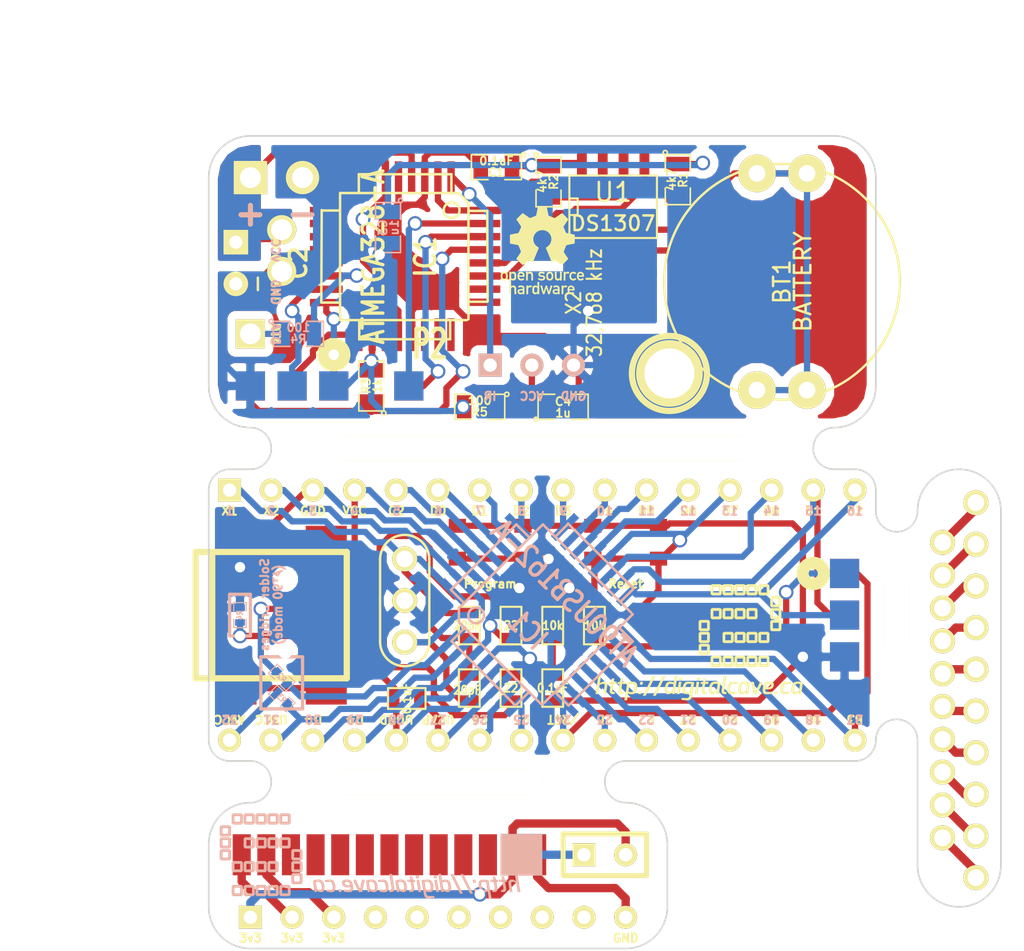
<source format=kicad_pcb>
(kicad_pcb (version 3) (host pcbnew "(2014-01-10 BZR 4027)-stable")
  (layers (15 F.Cu signal) (0 B.Cu signal) (18 B.Paste user) (19 F.Paste user) (20 B.SilkS user) (21 F.SilkS user) (22 B.Mask user) (23 F.Mask user) (28 Edge.Cuts user))
  (net 0 "")
  (net 1 /GND)
  (net 2 /IROUT)
  (net 3 /LED_OUT)
  (net 4 /MISO)
  (net 5 /MOSI)
  (net 6 /RESET)
  (net 7 /RTC_X1)
  (net 8 /RTC_X2)
  (net 9 /RX)
  (net 10 /SCK)
  (net 11 /SCL)
  (net 12 /SDA)
  (net 13 /SQW)
  (net 14 /TX)
  (net 15 /VBAT)
  (net 16 /VCC)
  (net 17 /a1)
  (net 18 /a10)
  (net 19 /a11)
  (net 20 /a12)
  (net 21 /a13)
  (net 22 /a14)
  (net 23 /a15)
  (net 24 /a16)
  (net 25 /a17)
  (net 26 /a18)
  (net 27 /a19)
  (net 28 /a2)
  (net 29 /a20)
  (net 30 /a21)
  (net 31 /a22)
  (net 32 /a23)
  (net 33 /a24)
  (net 34 /a25)
  (net 35 /a26)
  (net 36 /a27)
  (net 37 /a28)
  (net 38 /a29)
  (net 39 /a30)
  (net 40 /a31)
  (net 41 /a32)
  (net 42 /a4)
  (net 43 /a5)
  (net 44 /a6)
  (net 45 /a7)
  (net 46 /a8)
  (net 47 /a9)
  (net 48 GND)
  (net 49 N-000001)
  (net 50 N-0000010)
  (net 51 N-000002)
  (net 52 N-0000022)
  (net 53 N-0000023)
  (net 54 N-000003)
  (net 55 N-000004)
  (net 56 N-000005)
  (net 57 N-000006)
  (net 58 N-000007)
  (net 59 N-000008)
  (net 60 N-000009)
  (net 61 "Net-(C4-Pad1)")
  (net 62 "Net-(IC1-Pad10)")
  (net 63 "Net-(IC1-Pad11)")
  (net 64 "Net-(IC1-Pad12)")
  (net 65 "Net-(IC1-Pad13)")
  (net 66 "Net-(IC1-Pad14)")
  (net 67 "Net-(IC1-Pad19)")
  (net 68 "Net-(IC1-Pad22)")
  (net 69 "Net-(IC1-Pad23)")
  (net 70 "Net-(IC1-Pad24)")
  (net 71 "Net-(IC1-Pad25)")
  (net 72 "Net-(IC1-Pad26)")
  (net 73 "Net-(IC1-Pad7)")
  (net 74 "Net-(IC1-Pad8)")
  (net 75 "Net-(IC1-Pad9)")
  (net 76 VCC)
  (module 1pin (layer F.Cu) (at 76.2 53.34 90)
    (fp_text reference 1PIN hide)
    (fp_text value P*** hide)
    (pad "" np_thru_hole oval (at 0 0 90) (size 5.08 1.524) (drill oval 5.08 1.524) (layers *.Cu *.Mask F.SilkS))
  )
  (module 1pin (layer F.Cu) (at 54.61 43.18)
    (fp_text reference 1PIN hide)
    (fp_text value P*** hide)
    (pad "" np_thru_hole oval (at 0 0) (size 25.4 1.524) (drill oval 25.4 1.524) (layers *.Cu *.Mask F.SilkS))
  )
  (module 1pin (layer F.Cu) (at 48.26 63.5)
    (fp_text reference 1PIN hide)
    (fp_text value P*** hide)
    (pad "" np_thru_hole oval (at 0 0) (size 12.7 1.524) (drill oval 12.7 1.524) (layers *.Cu *.Mask F.SilkS))
  )
  (module SIL-10 (layer F.Cu) (at 48.26 71.755)
    (fp_text reference P1 hide)
    (fp_text value CONN_10 hide)
    (pad 1 thru_hole rect (at -11.43 0) (size 1.397 1.397) (drill 0.8128) (layers *.Cu *.Mask F.SilkS) (net 16 /VCC))
    (pad 2 thru_hole circle (at -8.89 0) (size 1.397 1.397) (drill 0.8128) (layers *.Cu *.Mask F.SilkS) (net 14 /TX))
    (pad 3 thru_hole circle (at -6.35 0) (size 1.397 1.397) (drill 0.8128) (layers *.Cu *.Mask F.SilkS) (net 9 /RX))
    (pad 4 thru_hole circle (at -3.81 0) (size 1.397 1.397) (drill 0.8128) (layers *.Cu *.Mask F.SilkS))
    (pad 5 thru_hole circle (at -1.27 0) (size 1.397 1.397) (drill 0.8128) (layers *.Cu *.Mask F.SilkS))
    (pad 6 thru_hole circle (at 1.27 0) (size 1.397 1.397) (drill 0.8128) (layers *.Cu *.Mask F.SilkS))
    (pad 7 thru_hole circle (at 3.81 0) (size 1.397 1.397) (drill 0.8128) (layers *.Cu *.Mask F.SilkS))
    (pad 8 thru_hole circle (at 6.35 0) (size 1.397 1.397) (drill 0.8128) (layers *.Cu *.Mask F.SilkS))
    (pad 9 thru_hole circle (at 8.89 0) (size 1.397 1.397) (drill 0.8128) (layers *.Cu *.Mask F.SilkS))
    (pad 10 thru_hole circle (at 11.43 0) (size 1.397 1.397) (drill 0.8128) (layers *.Cu *.Mask F.SilkS) (net 1 /GND))
  )
  (module SIL-10 (layer F.Cu) (at 81.026 57.912 90)
    (fp_text reference P2 hide)
    (fp_text value CONN_10 hide)
    (pad 1 thru_hole circle (at -11.43 0 90) (size 1.524 1.524) (drill 1.016) (layers *.Cu *.Mask F.SilkS) (net 50 N-0000010))
    (pad 2 thru_hole circle (at -8.89 0 90) (size 1.524 1.524) (drill 1.016) (layers *.Cu *.Mask F.SilkS) (net 60 N-000009))
    (pad 3 thru_hole circle (at -6.35 0 90) (size 1.524 1.524) (drill 1.016) (layers *.Cu *.Mask F.SilkS) (net 59 N-000008))
    (pad 4 thru_hole circle (at -3.81 0 90) (size 1.524 1.524) (drill 1.016) (layers *.Cu *.Mask F.SilkS) (net 58 N-000007))
    (pad 5 thru_hole circle (at -1.27 0 90) (size 1.524 1.524) (drill 1.016) (layers *.Cu *.Mask F.SilkS) (net 57 N-000006))
    (pad 6 thru_hole circle (at 1.27 0 90) (size 1.524 1.524) (drill 1.016) (layers *.Cu *.Mask F.SilkS) (net 56 N-000005))
    (pad 7 thru_hole circle (at 3.81 0 90) (size 1.524 1.524) (drill 1.016) (layers *.Cu *.Mask F.SilkS) (net 55 N-000004))
    (pad 8 thru_hole circle (at 6.35 0 90) (size 1.524 1.524) (drill 1.016) (layers *.Cu *.Mask F.SilkS) (net 54 N-000003))
    (pad 9 thru_hole circle (at 8.89 0 90) (size 1.524 1.524) (drill 1.016) (layers *.Cu *.Mask F.SilkS) (net 51 N-000002))
    (pad 10 thru_hole circle (at 11.43 0 90) (size 1.524 1.524) (drill 1.016) (layers *.Cu *.Mask F.SilkS) (net 49 N-000001))
  )
  (module SIL-10 (layer F.Cu) (at 78.994 57.912 90)
    (fp_text reference P1 hide)
    (fp_text value CONN_10 hide)
    (pad 1 thru_hole circle (at -9 0 90) (size 1.524 1.524) (drill 1.016) (layers *.Cu *.Mask F.SilkS) (net 50 N-0000010))
    (pad 2 thru_hole circle (at -7 0 90) (size 1.524 1.524) (drill 1.016) (layers *.Cu *.Mask F.SilkS) (net 60 N-000009))
    (pad 3 thru_hole circle (at -5 0 90) (size 1.524 1.524) (drill 1.016) (layers *.Cu *.Mask F.SilkS) (net 59 N-000008))
    (pad 4 thru_hole circle (at -3 0 90) (size 1.524 1.524) (drill 1.016) (layers *.Cu *.Mask F.SilkS) (net 58 N-000007))
    (pad 5 thru_hole circle (at -1 0 90) (size 1.524 1.524) (drill 1.016) (layers *.Cu *.Mask F.SilkS) (net 57 N-000006))
    (pad 6 thru_hole circle (at 1 0 90) (size 1.524 1.524) (drill 1.016) (layers *.Cu *.Mask F.SilkS) (net 56 N-000005))
    (pad 7 thru_hole circle (at 3 0 90) (size 1.524 1.524) (drill 1.016) (layers *.Cu *.Mask F.SilkS) (net 55 N-000004))
    (pad 8 thru_hole circle (at 5 0 90) (size 1.524 1.524) (drill 1.016) (layers *.Cu *.Mask F.SilkS) (net 54 N-000003))
    (pad 9 thru_hole circle (at 7 0 90) (size 1.524 1.524) (drill 1.016) (layers *.Cu *.Mask F.SilkS) (net 51 N-000002))
    (pad 10 thru_hole circle (at 9 0 90) (size 1.524 1.524) (drill 1.016) (layers *.Cu *.Mask F.SilkS) (net 49 N-000001))
  )
  (module SIL-2 (layer F.Cu) (at 47.752 39.37)
    (fp_text reference P2 (at 0 -2.54) (layer F.SilkS) (effects (font (size 1.72974 1.08712) (thickness 0.3048))))
    (fp_text value CONN_2 hide)
    (pad 1 smd rect (at -1.27 0) (size 1.778 1.778) (layers F.Cu F.Paste F.Mask) (net 9 /RX))
    (pad 2 smd rect (at -1.27 0) (size 1.778 1.778) (layers B.Cu F.Paste F.Mask) (net 14 /TX))
  )
  (module cnp_3mm_disc (layer F.Cu) (at 35.941 31.877 270)
    (fp_text reference C2 (at 0 -3.81 270) (layer F.SilkS) (effects (font (size 1.016 1.016) (thickness 0.2032))))
    (fp_text value 100u hide)
    (fp_text user - (at 1.27 -1.27 270) (layer F.SilkS))
    (pad 1 thru_hole rect (at -1.27 0 270) (size 1.50114 1.50114) (drill 0.8001) (layers *.Cu *.Mask F.SilkS) (net 76 VCC))
    (pad 2 thru_hole circle (at 1.27 0 270) (size 1.50114 1.50114) (drill 0.8001) (layers *.Cu *.Mask F.SilkS) (net 48 GND))
  )
  (module SIL-1 (layer F.Cu) (at 40.005 26.67)
    (fp_text reference GND1 hide)
    (fp_text value CONN_1 hide)
    (pad 1 thru_hole circle (at 0 0) (size 2.032 2.032) (drill 1.27) (layers *.Cu *.Mask F.SilkS) (net 48 GND))
  )
  (module SIL-1 (layer F.Cu) (at 36.83 26.67)
    (fp_text reference VCC1 hide)
    (fp_text value CONN_1 hide)
    (pad 1 thru_hole rect (at 0 0) (size 2.032 2.032) (drill 1.27) (layers *.Cu *.Mask F.SilkS) (net 76 VCC))
  )
  (module SIL-3 (layer F.Cu) (at 36.83 33.655 90)
    (fp_text reference K1 hide)
    (fp_text value CONN_3 hide)
    (pad 1 thru_hole rect (at -2.54 0 90) (size 1.778 1.778) (drill 1.27) (layers *.Cu *.Mask F.SilkS) (net 3 /LED_OUT))
    (pad 2 thru_hole circle (at 1.27 1.905 90) (size 1.778 1.778) (drill 1.27) (layers *.Cu *.Mask F.SilkS) (net 48 GND))
    (pad 3 thru_hole circle (at 3.81 1.905 90) (size 1.778 1.778) (drill 1.27) (layers *.Cu *.Mask F.SilkS) (net 76 VCC))
  )
  (module SM1812L (layer F.Cu) (at 57.15 34.29)
    (fp_text reference X2 (at -0.62992 0 90) (layer F.SilkS) (effects (font (size 0.889 0.762) (thickness 0.127))))
    (fp_text value "32,768 kHz" (at 0.635 0 90) (layer F.SilkS) (effects (font (size 0.889 0.762) (thickness 0.127))))
    (pad 1 smd rect (at -2.75 0) (size 2.5 2) (layers F.Cu F.Paste F.Mask) (net 7 /RTC_X1))
    (pad 2 smd rect (at 2.75 0) (size 2.5 2) (layers F.Cu F.Paste F.Mask) (net 8 /RTC_X2))
  )
  (module SIL-3 (layer B.Cu) (at 53.975 38.1)
    (fp_text reference U2 hide)
    (fp_text value TSOP39338 hide)
    (pad 1 thru_hole rect (at -2.54 0) (size 1.397 1.397) (drill 0.8128) (layers *.Cu *.Mask B.SilkS) (net 2 /IROUT))
    (pad 2 thru_hole circle (at 0 0) (size 1.397 1.397) (drill 0.8128) (layers *.Cu *.Mask B.SilkS) (net 61 "Net-(C4-Pad1)"))
    (pad 3 thru_hole circle (at 2.54 0) (size 1.397 1.397) (drill 0.8128) (layers *.Cu *.Mask B.SilkS) (net 48 GND))
  )
  (module 1pin (layer F.Cu) (at 62.357 38.608)
    (fp_text reference 1PIN hide)
    (fp_text value P*** hide)
    (pad 1 thru_hole circle (at 0 0) (size 4.064 4.064) (drill 3.048) (layers *.Cu *.Mask F.SilkS) (net 48 GND))
  )
  (module BAT-HLD-012-THM (layer F.Cu) (at 69.215 33.02 90)
    (fp_text reference BT1 (at 0 0 90) (layer F.SilkS))
    (fp_text value BATTERY (at 0 1.27 90) (layer F.SilkS))
    (pad 2 smd circle (at 0 0 90) (size 10.16 10.16) (layers F.Cu F.Paste F.Mask) (net 48 GND))
    (pad 1 thru_hole circle (at 6.604 -1.524 90) (size 2.286 2.286) (drill 1.016) (layers *.Cu *.Mask F.SilkS) (net 15 /VBAT))
    (pad 1 thru_hole circle (at 6.604 1.524 90) (size 2.286 2.286) (drill 1.016) (layers *.Cu *.Mask F.SilkS) (net 15 /VBAT))
    (pad 1 thru_hole circle (at -6.604 -1.524 90) (size 2.286 2.286) (drill 1.016) (layers *.Cu *.Mask F.SilkS) (net 15 /VBAT))
    (pad 1 thru_hole circle (at -6.604 1.524 90) (size 2.286 2.286) (drill 1.016) (layers *.Cu *.Mask F.SilkS) (net 15 /VBAT))
  )
  (module SM0805 (layer F.Cu) (at 51.816 26.035 180)
    (fp_text reference C1 (at 0 -0.3175 180) (layer F.SilkS) (effects (font (size 0.50038 0.50038) (thickness 0.10922))))
    (fp_text value 0.1uF (at 0 0.381 180) (layer F.SilkS) (effects (font (size 0.50038 0.50038) (thickness 0.10922))))
    (pad 1 smd rect (at -0.9525 0 180) (size 0.889 1.397) (layers F.Cu F.Paste F.Mask) (net 76 VCC))
    (pad 2 smd rect (at 0.9525 0 180) (size 0.889 1.397) (layers F.Cu F.Paste F.Mask) (net 48 GND))
  )
  (module SM0805 (layer F.Cu) (at 62.865 26.797 270)
    (fp_text reference R1 (at 0 -0.3175 270) (layer F.SilkS) (effects (font (size 0.50038 0.50038) (thickness 0.10922))))
    (fp_text value 4k7 (at 0 0.381 270) (layer F.SilkS) (effects (font (size 0.50038 0.50038) (thickness 0.10922))))
    (pad 1 smd rect (at -0.9525 0 270) (size 0.889 1.397) (layers F.Cu F.Paste F.Mask) (net 76 VCC))
    (pad 2 smd rect (at 0.9525 0 270) (size 0.889 1.397) (layers F.Cu F.Paste F.Mask) (net 12 /SDA))
  )
  (module SM0805 (layer F.Cu) (at 54.991 26.924 270)
    (fp_text reference R2 (at 0 -0.3175 270) (layer F.SilkS) (effects (font (size 0.50038 0.50038) (thickness 0.10922))))
    (fp_text value 4k7 (at 0 0.381 270) (layer F.SilkS) (effects (font (size 0.50038 0.50038) (thickness 0.10922))))
    (pad 1 smd rect (at -0.9525 0 270) (size 0.889 1.397) (layers F.Cu F.Paste F.Mask) (net 76 VCC))
    (pad 2 smd rect (at 0.9525 0 270) (size 0.889 1.397) (layers F.Cu F.Paste F.Mask) (net 11 /SCL))
  )
  (module SM0805 (layer F.Cu) (at 44.196 39.37 90)
    (fp_text reference R3 (at 0 -0.3175 90) (layer F.SilkS) (effects (font (size 0.50038 0.50038) (thickness 0.10922))))
    (fp_text value 1k (at 0 0.381 90) (layer F.SilkS) (effects (font (size 0.50038 0.50038) (thickness 0.10922))))
    (pad 1 smd rect (at -0.9525 0 90) (size 0.889 1.397) (layers F.Cu F.Paste F.Mask) (net 6 /RESET))
    (pad 2 smd rect (at 0.9525 0 90) (size 0.889 1.397) (layers F.Cu F.Paste F.Mask) (net 76 VCC))
  )
  (module Open_Source_Hardware_Logo (layer F.Cu) (at 54.61 31.115)
    (fp_text reference VAL hide)
    (fp_text value REF hide)
  )
  (module TQFP32 (layer F.Cu) (at 46.228 31.496 270)
    (fp_text reference IC1 (at 0 -1.27 270) (layer F.SilkS) (effects (font (size 1.27 1.016) (thickness 0.2032))))
    (fp_text value ATMEGA328-A (at 0 1.905 270) (layer F.SilkS) (effects (font (size 1.27 1.016) (thickness 0.2032))))
    (pad 8 smd rect (at -4.81584 2.77622 270) (size 1.99898 0.44958) (layers F.Cu F.Paste F.Mask) (net 74 "Net-(IC1-Pad8)"))
    (pad 7 smd rect (at -4.81584 1.97612 270) (size 1.99898 0.44958) (layers F.Cu F.Paste F.Mask) (net 73 "Net-(IC1-Pad7)"))
    (pad 6 smd rect (at -4.81584 1.17602 270) (size 1.99898 0.44958) (layers F.Cu F.Paste F.Mask) (net 76 VCC))
    (pad 5 smd rect (at -4.81584 0.37592 270) (size 1.99898 0.44958) (layers F.Cu F.Paste F.Mask) (net 48 GND))
    (pad 4 smd rect (at -4.81584 -0.42418 270) (size 1.99898 0.44958) (layers F.Cu F.Paste F.Mask) (net 76 VCC))
    (pad 3 smd rect (at -4.81584 -1.22428 270) (size 1.99898 0.44958) (layers F.Cu F.Paste F.Mask) (net 48 GND))
    (pad 2 smd rect (at -4.81584 -2.02438 270) (size 1.99898 0.44958) (layers F.Cu F.Paste F.Mask) (net 13 /SQW))
    (pad 1 smd rect (at -4.81584 -2.82448 270) (size 1.99898 0.44958) (layers F.Cu F.Paste F.Mask) (net 2 /IROUT))
    (pad 24 smd rect (at 4.7498 -2.8194 270) (size 1.99898 0.44958) (layers F.Cu F.Paste F.Mask) (net 70 "Net-(IC1-Pad24)"))
    (pad 17 smd rect (at 4.7498 2.794 270) (size 1.99898 0.44958) (layers F.Cu F.Paste F.Mask) (net 10 /SCK))
    (pad 18 smd rect (at 4.7498 1.9812 270) (size 1.99898 0.44958) (layers F.Cu F.Paste F.Mask) (net 76 VCC))
    (pad 19 smd rect (at 4.7498 1.1684 270) (size 1.99898 0.44958) (layers F.Cu F.Paste F.Mask) (net 67 "Net-(IC1-Pad19)"))
    (pad 20 smd rect (at 4.7498 0.381 270) (size 1.99898 0.44958) (layers F.Cu F.Paste F.Mask) (net 76 VCC))
    (pad 21 smd rect (at 4.7498 -0.4318 270) (size 1.99898 0.44958) (layers F.Cu F.Paste F.Mask) (net 48 GND))
    (pad 22 smd rect (at 4.7498 -1.2192 270) (size 1.99898 0.44958) (layers F.Cu F.Paste F.Mask) (net 68 "Net-(IC1-Pad22)"))
    (pad 23 smd rect (at 4.7498 -2.032 270) (size 1.99898 0.44958) (layers F.Cu F.Paste F.Mask) (net 69 "Net-(IC1-Pad23)"))
    (pad 32 smd rect (at -2.82448 -4.826 270) (size 0.44958 1.99898) (layers F.Cu F.Paste F.Mask) (net 13 /SQW))
    (pad 31 smd rect (at -2.02692 -4.826 270) (size 0.44958 1.99898) (layers F.Cu F.Paste F.Mask) (net 14 /TX))
    (pad 30 smd rect (at -1.22428 -4.826 270) (size 0.44958 1.99898) (layers F.Cu F.Paste F.Mask) (net 9 /RX))
    (pad 29 smd rect (at -0.42672 -4.826 270) (size 0.44958 1.99898) (layers F.Cu F.Paste F.Mask) (net 6 /RESET))
    (pad 28 smd rect (at 0.37592 -4.826 270) (size 0.44958 1.99898) (layers F.Cu F.Paste F.Mask) (net 11 /SCL))
    (pad 27 smd rect (at 1.17348 -4.826 270) (size 0.44958 1.99898) (layers F.Cu F.Paste F.Mask) (net 12 /SDA))
    (pad 26 smd rect (at 1.97612 -4.826 270) (size 0.44958 1.99898) (layers F.Cu F.Paste F.Mask) (net 72 "Net-(IC1-Pad26)"))
    (pad 25 smd rect (at 2.77368 -4.826 270) (size 0.44958 1.99898) (layers F.Cu F.Paste F.Mask) (net 71 "Net-(IC1-Pad25)"))
    (pad 9 smd rect (at -2.8194 4.7752 270) (size 0.44958 1.99898) (layers F.Cu F.Paste F.Mask) (net 75 "Net-(IC1-Pad9)"))
    (pad 10 smd rect (at -2.032 4.7752 270) (size 0.44958 1.99898) (layers F.Cu F.Paste F.Mask) (net 62 "Net-(IC1-Pad10)"))
    (pad 11 smd rect (at -1.2192 4.7752 270) (size 0.44958 1.99898) (layers F.Cu F.Paste F.Mask) (net 63 "Net-(IC1-Pad11)"))
    (pad 12 smd rect (at -0.4318 4.7752 270) (size 0.44958 1.99898) (layers F.Cu F.Paste F.Mask) (net 64 "Net-(IC1-Pad12)"))
    (pad 13 smd rect (at 0.3556 4.7752 270) (size 0.44958 1.99898) (layers F.Cu F.Paste F.Mask) (net 65 "Net-(IC1-Pad13)"))
    (pad 14 smd rect (at 1.1684 4.7752 270) (size 0.44958 1.99898) (layers F.Cu F.Paste F.Mask) (net 66 "Net-(IC1-Pad14)"))
    (pad 15 smd rect (at 1.9812 4.7752 270) (size 0.44958 1.99898) (layers F.Cu F.Paste F.Mask) (net 5 /MOSI))
    (pad 16 smd rect (at 2.794 4.7752 270) (size 0.44958 1.99898) (layers F.Cu F.Paste F.Mask) (net 4 /MISO))
  )
  (module SO8E (layer F.Cu) (at 58.928 28.448)
    (fp_text reference U1 (at 0 -0.889) (layer F.SilkS) (effects (font (size 1.143 1.143) (thickness 0.1524))))
    (fp_text value DS1307 (at 0 1.016) (layer F.SilkS) (effects (font (size 0.889 0.889) (thickness 0.1524))))
    (pad 8 smd rect (at -1.905 -2.667) (size 0.59944 1.39954) (layers F.Cu F.Paste F.Mask) (net 76 VCC))
    (pad 1 smd rect (at -1.905 2.667) (size 0.59944 1.39954) (layers F.Cu F.Paste F.Mask) (net 7 /RTC_X1))
    (pad 7 smd rect (at -0.635 -2.667) (size 0.59944 1.39954) (layers F.Cu F.Paste F.Mask) (net 13 /SQW))
    (pad 6 smd rect (at 0.635 -2.667) (size 0.59944 1.39954) (layers F.Cu F.Paste F.Mask) (net 11 /SCL))
    (pad 5 smd rect (at 1.905 -2.667) (size 0.59944 1.39954) (layers F.Cu F.Paste F.Mask) (net 12 /SDA))
    (pad 2 smd rect (at -0.635 2.667) (size 0.59944 1.39954) (layers F.Cu F.Paste F.Mask) (net 8 /RTC_X2))
    (pad 3 smd rect (at 0.635 2.667) (size 0.59944 1.39954) (layers F.Cu F.Paste F.Mask) (net 15 /VBAT))
    (pad 4 smd rect (at 1.905 2.667) (size 0.59944 1.39954) (layers F.Cu F.Paste F.Mask) (net 48 GND))
  )
  (module ISP_EDGE (layer F.Cu) (at 39.37 41.91)
    (fp_text reference P1 hide)
    (fp_text value ISP hide)
    (pad 5 smd rect (at -2.54 -2.54) (size 1.778 1.778) (layers F.Cu F.Paste F.Mask) (net 6 /RESET))
    (pad 3 smd rect (at 0 -2.54) (size 1.778 1.778) (layers F.Cu F.Paste F.Mask) (net 10 /SCK))
    (pad 1 smd rect (at 2.54 -2.54) (size 1.778 1.778) (layers F.Cu F.Paste F.Mask) (net 4 /MISO))
    (pad 6 smd rect (at -2.54 -2.54) (size 1.778 1.778) (layers B.Cu F.Paste F.Mask) (net 48 GND))
    (pad 4 smd rect (at 0 -2.54) (size 1.778 1.778) (layers B.Cu F.Paste F.Mask) (net 5 /MOSI))
    (pad 2 smd rect (at 2.54 -2.54) (size 1.778 1.778) (layers B.Cu F.Paste F.Mask) (net 76 VCC))
  )
  (module SM0805 (layer B.Cu) (at 45.212 29.718 270)
    (fp_text reference C3 (at 0 0.3175 270) (layer B.SilkS) (effects (font (size 0.50038 0.50038) (thickness 0.10922)) (justify mirror)))
    (fp_text value 1u (at 0 -0.381 270) (layer B.SilkS) (effects (font (size 0.50038 0.50038) (thickness 0.10922)) (justify mirror)))
    (pad 1 smd rect (at -0.9525 0 270) (size 0.889 1.397) (layers B.Cu B.Paste B.Mask) (net 76 VCC))
    (pad 2 smd rect (at 0.9525 0 270) (size 0.889 1.397) (layers B.Cu B.Paste B.Mask) (net 48 GND))
  )
  (module SM0805 (layer B.Cu) (at 39.751 36.195)
    (fp_text reference R4 (at 0 0.3175) (layer B.SilkS) (effects (font (size 0.50038 0.50038) (thickness 0.10922)) (justify mirror)))
    (fp_text value 100 (at 0 -0.381) (layer B.SilkS) (effects (font (size 0.50038 0.50038) (thickness 0.10922)) (justify mirror)))
    (pad 1 smd rect (at -0.9525 0) (size 0.889 1.397) (layers B.Cu B.Paste B.Mask) (net 3 /LED_OUT))
    (pad 2 smd rect (at 0.9525 0) (size 0.889 1.397) (layers B.Cu B.Paste B.Mask) (net 66 "Net-(IC1-Pad14)"))
  )
  (module SM0805 (layer F.Cu) (at 55.88 40.64)
    (fp_text reference C4 (at 0 -0.3175) (layer F.SilkS) (effects (font (size 0.50038 0.50038) (thickness 0.10922))))
    (fp_text value 1u (at 0 0.381) (layer F.SilkS) (effects (font (size 0.50038 0.50038) (thickness 0.10922))))
    (pad 1 smd rect (at -0.9525 0) (size 0.889 1.397) (layers F.Cu F.Paste F.Mask) (net 61 "Net-(C4-Pad1)"))
    (pad 2 smd rect (at 0.9525 0) (size 0.889 1.397) (layers F.Cu F.Paste F.Mask) (net 48 GND))
  )
  (module SM0805 (layer F.Cu) (at 50.8 40.64 180)
    (fp_text reference R5 (at 0 -0.3175 180) (layer F.SilkS) (effects (font (size 0.50038 0.50038) (thickness 0.10922))))
    (fp_text value 100 (at 0 0.381 180) (layer F.SilkS) (effects (font (size 0.50038 0.50038) (thickness 0.10922))))
    (pad 1 smd rect (at -0.9525 0 180) (size 0.889 1.397) (layers F.Cu F.Paste F.Mask) (net 61 "Net-(C4-Pad1)"))
    (pad 2 smd rect (at 0.9525 0 180) (size 0.889 1.397) (layers F.Cu F.Paste F.Mask) (net 76 VCC))
  )
  (module SIL-8 (layer F.Cu) (at 64.77 45.72)
    (fp_text reference P3 hide)
    (fp_text value CONN_8 hide)
    (pad 1 thru_hole circle (at -8.89 0) (size 1.397 1.397) (drill 0.8128) (layers *.Cu *.Mask F.SilkS) (net 47 /a9))
    (pad 2 thru_hole circle (at -6.35 0) (size 1.397 1.397) (drill 0.8128) (layers *.Cu *.Mask F.SilkS) (net 18 /a10))
    (pad 3 thru_hole circle (at -3.81 0) (size 1.397 1.397) (drill 0.8128) (layers *.Cu *.Mask F.SilkS) (net 19 /a11))
    (pad 4 thru_hole circle (at -1.27 0) (size 1.397 1.397) (drill 0.8128) (layers *.Cu *.Mask F.SilkS) (net 20 /a12))
    (pad 5 thru_hole circle (at 1.27 0) (size 1.397 1.397) (drill 0.8128) (layers *.Cu *.Mask F.SilkS) (net 21 /a13))
    (pad 6 thru_hole circle (at 3.81 0) (size 1.397 1.397) (drill 0.8128) (layers *.Cu *.Mask F.SilkS) (net 22 /a14))
    (pad 7 thru_hole circle (at 6.35 0) (size 1.397 1.397) (drill 0.8128) (layers *.Cu *.Mask F.SilkS) (net 23 /a15))
    (pad 8 thru_hole circle (at 8.89 0) (size 1.397 1.397) (drill 0.8128) (layers *.Cu *.Mask F.SilkS) (net 24 /a16))
  )
  (module SIL-8 (layer F.Cu) (at 44.45 45.72)
    (fp_text reference P2 hide)
    (fp_text value CONN_8 hide)
    (pad 1 thru_hole rect (at -8.89 0) (size 1.397 1.397) (drill 0.8128) (layers *.Cu *.Mask F.SilkS) (net 17 /a1))
    (pad 2 thru_hole circle (at -6.35 0) (size 1.397 1.397) (drill 0.8128) (layers *.Cu *.Mask F.SilkS) (net 28 /a2))
    (pad 3 thru_hole circle (at -3.81 0) (size 1.397 1.397) (drill 0.8128) (layers *.Cu *.Mask F.SilkS) (net 48 GND))
    (pad 4 thru_hole circle (at -1.27 0) (size 1.397 1.397) (drill 0.8128) (layers *.Cu *.Mask F.SilkS) (net 42 /a4))
    (pad 5 thru_hole circle (at 1.27 0) (size 1.397 1.397) (drill 0.8128) (layers *.Cu *.Mask F.SilkS) (net 43 /a5))
    (pad 6 thru_hole circle (at 3.81 0) (size 1.397 1.397) (drill 0.8128) (layers *.Cu *.Mask F.SilkS) (net 44 /a6))
    (pad 7 thru_hole circle (at 6.35 0) (size 1.397 1.397) (drill 0.8128) (layers *.Cu *.Mask F.SilkS) (net 45 /a7))
    (pad 8 thru_hole circle (at 8.89 0) (size 1.397 1.397) (drill 0.8128) (layers *.Cu *.Mask F.SilkS) (net 46 /a8))
  )
  (module SIL-8 (layer F.Cu) (at 44.45 60.96 180)
    (fp_text reference P5 hide)
    (fp_text value CONN_8 hide)
    (pad 1 thru_hole circle (at -8.89 0 180) (size 1.397 1.397) (drill 0.8128) (layers *.Cu *.Mask F.SilkS) (net 34 /a25))
    (pad 2 thru_hole circle (at -6.35 0 180) (size 1.397 1.397) (drill 0.8128) (layers *.Cu *.Mask F.SilkS) (net 35 /a26))
    (pad 3 thru_hole circle (at -3.81 0 180) (size 1.397 1.397) (drill 0.8128) (layers *.Cu *.Mask F.SilkS) (net 36 /a27))
    (pad 4 thru_hole circle (at -1.27 0 180) (size 1.397 1.397) (drill 0.8128) (layers *.Cu *.Mask F.SilkS) (net 37 /a28))
    (pad 5 thru_hole circle (at 1.27 0 180) (size 1.397 1.397) (drill 0.8128) (layers *.Cu *.Mask F.SilkS) (net 38 /a29))
    (pad 6 thru_hole circle (at 3.81 0 180) (size 1.397 1.397) (drill 0.8128) (layers *.Cu *.Mask F.SilkS) (net 39 /a30))
    (pad 7 thru_hole circle (at 6.35 0 180) (size 1.397 1.397) (drill 0.8128) (layers *.Cu *.Mask F.SilkS) (net 40 /a31))
    (pad 8 thru_hole circle (at 8.89 0 180) (size 1.397 1.397) (drill 0.8128) (layers *.Cu *.Mask F.SilkS) (net 41 /a32))
  )
  (module SIL-8 (layer F.Cu) (at 64.77 60.96 180)
    (fp_text reference P4 hide)
    (fp_text value CONN_8 hide)
    (pad 1 thru_hole circle (at -8.89 0 180) (size 1.397 1.397) (drill 0.8128) (layers *.Cu *.Mask F.SilkS) (net 25 /a17))
    (pad 2 thru_hole circle (at -6.35 0 180) (size 1.397 1.397) (drill 0.8128) (layers *.Cu *.Mask F.SilkS) (net 26 /a18))
    (pad 3 thru_hole circle (at -3.81 0 180) (size 1.397 1.397) (drill 0.8128) (layers *.Cu *.Mask F.SilkS) (net 27 /a19))
    (pad 4 thru_hole circle (at -1.27 0 180) (size 1.397 1.397) (drill 0.8128) (layers *.Cu *.Mask F.SilkS) (net 29 /a20))
    (pad 5 thru_hole circle (at 1.27 0 180) (size 1.397 1.397) (drill 0.8128) (layers *.Cu *.Mask F.SilkS) (net 30 /a21))
    (pad 6 thru_hole circle (at 3.81 0 180) (size 1.397 1.397) (drill 0.8128) (layers *.Cu *.Mask F.SilkS) (net 31 /a22))
    (pad 7 thru_hole circle (at 6.35 0 180) (size 1.397 1.397) (drill 0.8128) (layers *.Cu *.Mask F.SilkS) (net 32 /a23))
    (pad 8 thru_hole circle (at 8.89 0 180) (size 1.397 1.397) (drill 0.8128) (layers *.Cu *.Mask F.SilkS) (net 33 /a24))
  )
  (module TQFP32 (layer B.Cu) (at 54.61 53.34 315)
    (fp_text reference IC1 (at 0 1.27 315) (layer B.SilkS) (effects (font (size 1.27 1.016) (thickness 0.2032)) (justify mirror)))
    (fp_text value AT90USB162-A (at 0 -1.905 315) (layer B.SilkS) (effects (font (size 1.27 1.016) (thickness 0.2032)) (justify mirror)))
    (pad 8 smd rect (at -4.81584 -2.77622 315) (size 1.99898 0.44958) (layers B.Cu B.Paste B.Mask) (net 46 /a8))
    (pad 7 smd rect (at -4.81584 -1.97612 315) (size 1.99898 0.44958) (layers B.Cu B.Paste B.Mask) (net 45 /a7))
    (pad 6 smd rect (at -4.81584 -1.17602 315) (size 1.99898 0.44958) (layers B.Cu B.Paste B.Mask) (net 44 /a6))
    (pad 5 smd rect (at -4.81584 -0.37592 315) (size 1.99898 0.44958) (layers B.Cu B.Paste B.Mask) (net 43 /a5))
    (pad 4 smd rect (at -4.81584 0.42418 315) (size 1.99898 0.44958) (layers B.Cu B.Paste B.Mask) (net 42 /a4))
    (pad 3 smd rect (at -4.81584 1.22428 315) (size 1.99898 0.44958) (layers B.Cu B.Paste B.Mask) (net 48 GND))
    (pad 2 smd rect (at -4.81584 2.02438 315) (size 1.99898 0.44958) (layers B.Cu B.Paste B.Mask) (net 28 /a2))
    (pad 1 smd rect (at -4.81584 2.82448 315) (size 1.99898 0.44958) (layers B.Cu B.Paste B.Mask) (net 17 /a1))
    (pad 24 smd rect (at 4.7498 2.8194 315) (size 1.99898 0.44958) (layers B.Cu B.Paste B.Mask) (net 33 /a24))
    (pad 17 smd rect (at 4.7498 -2.794 315) (size 1.99898 0.44958) (layers B.Cu B.Paste B.Mask) (net 25 /a17))
    (pad 18 smd rect (at 4.7498 -1.9812 315) (size 1.99898 0.44958) (layers B.Cu B.Paste B.Mask) (net 26 /a18))
    (pad 19 smd rect (at 4.7498 -1.1684 315) (size 1.99898 0.44958) (layers B.Cu B.Paste B.Mask) (net 27 /a19))
    (pad 20 smd rect (at 4.7498 -0.381 315) (size 1.99898 0.44958) (layers B.Cu B.Paste B.Mask) (net 29 /a20))
    (pad 21 smd rect (at 4.7498 0.4318 315) (size 1.99898 0.44958) (layers B.Cu B.Paste B.Mask) (net 30 /a21))
    (pad 22 smd rect (at 4.7498 1.2192 315) (size 1.99898 0.44958) (layers B.Cu B.Paste B.Mask) (net 31 /a22))
    (pad 23 smd rect (at 4.7498 2.032 315) (size 1.99898 0.44958) (layers B.Cu B.Paste B.Mask) (net 32 /a23))
    (pad 32 smd rect (at -2.82448 4.826 315) (size 0.44958 1.99898) (layers B.Cu B.Paste B.Mask) (net 41 /a32))
    (pad 31 smd rect (at -2.02692 4.826 315) (size 0.44958 1.99898) (layers B.Cu B.Paste B.Mask) (net 40 /a31))
    (pad 30 smd rect (at -1.22428 4.826 315) (size 0.44958 1.99898) (layers B.Cu B.Paste B.Mask) (net 39 /a30))
    (pad 29 smd rect (at -0.42672 4.826 315) (size 0.44958 1.99898) (layers B.Cu B.Paste B.Mask) (net 38 /a29))
    (pad 28 smd rect (at 0.37592 4.826 315) (size 0.44958 1.99898) (layers B.Cu B.Paste B.Mask) (net 37 /a28))
    (pad 27 smd rect (at 1.17348 4.826 315) (size 0.44958 1.99898) (layers B.Cu B.Paste B.Mask) (net 36 /a27))
    (pad 26 smd rect (at 1.97612 4.826 315) (size 0.44958 1.99898) (layers B.Cu B.Paste B.Mask) (net 35 /a26))
    (pad 25 smd rect (at 2.77368 4.826 315) (size 0.44958 1.99898) (layers B.Cu B.Paste B.Mask) (net 34 /a25))
    (pad 9 smd rect (at -2.8194 -4.7752 315) (size 0.44958 1.99898) (layers B.Cu B.Paste B.Mask) (net 47 /a9))
    (pad 10 smd rect (at -2.032 -4.7752 315) (size 0.44958 1.99898) (layers B.Cu B.Paste B.Mask) (net 18 /a10))
    (pad 11 smd rect (at -1.2192 -4.7752 315) (size 0.44958 1.99898) (layers B.Cu B.Paste B.Mask) (net 19 /a11))
    (pad 12 smd rect (at -0.4318 -4.7752 315) (size 0.44958 1.99898) (layers B.Cu B.Paste B.Mask) (net 20 /a12))
    (pad 13 smd rect (at 0.3556 -4.7752 315) (size 0.44958 1.99898) (layers B.Cu B.Paste B.Mask) (net 21 /a13))
    (pad 14 smd rect (at 1.1684 -4.7752 315) (size 0.44958 1.99898) (layers B.Cu B.Paste B.Mask) (net 22 /a14))
    (pad 15 smd rect (at 1.9812 -4.7752 315) (size 0.44958 1.99898) (layers B.Cu B.Paste B.Mask) (net 23 /a15))
    (pad 16 smd rect (at 2.794 -4.7752 315) (size 0.44958 1.99898) (layers B.Cu B.Paste B.Mask) (net 24 /a16))
  )
  (module USB_MINI_B_fixed (layer F.Cu) (at 38.1 53.34)
    (fp_text reference CON1 hide)
    (fp_text value USB-MINI-B hide)
    (pad 1 smd rect (at 3.44932 -1.6002) (size 2.30124 0.50038) (layers F.Cu F.Paste F.Mask) (net 42 /a4))
    (pad 2 smd rect (at 3.44932 -0.8001) (size 2.30124 0.50038) (layers F.Cu F.Paste F.Mask) (net 52 N-0000022))
    (pad 3 smd rect (at 3.44932 0) (size 2.30124 0.50038) (layers F.Cu F.Paste F.Mask) (net 53 N-0000023))
    (pad 4 smd rect (at 3.44932 0.8001) (size 2.30124 0.50038) (layers F.Cu F.Paste F.Mask))
    (pad 5 smd rect (at 3.44932 1.6002) (size 2.30124 0.50038) (layers F.Cu F.Paste F.Mask) (net 37 /a28))
    (pad 6 smd rect (at 3.35026 -4.45008) (size 2.49936 1.99898) (layers F.Cu F.Paste F.Mask) (net 48 GND))
    (pad 7 smd rect (at -2.14884 -4.45008) (size 2.49936 1.99898) (layers F.Cu F.Paste F.Mask) (net 48 GND))
    (pad 8 smd rect (at 3.35026 4.45008) (size 2.49936 1.99898) (layers F.Cu F.Paste F.Mask) (net 48 GND))
    (pad 9 smd rect (at -2.14884 4.45008) (size 2.49936 1.99898) (layers F.Cu F.Paste F.Mask) (net 48 GND))
    (pad "" np_thru_hole circle (at 0.8509 -2.19964) (size 0.89916 0.89916) (drill 0.89916) (layers *.Cu *.Mask F.SilkS))
    (pad "" np_thru_hole circle (at 0.8509 2.19964) (size 0.89916 0.89916) (drill 0.89916) (layers *.Cu *.Mask F.SilkS))
  )
  (module SM0402_r (layer B.Cu) (at 38.735 57.15 315)
    (fp_text reference R2 (at 0 0 315) (layer B.SilkS) (effects (font (size 0.35052 0.3048) (thickness 0.07112)) (justify mirror)))
    (fp_text value 0 hide)
    (pad 1 smd rect (at -0.44958 0 315) (size 0.39878 0.59944) (layers B.Cu B.Paste B.Mask) (net 42 /a4))
    (pad 2 smd rect (at 0.44958 0 315) (size 0.39878 0.59944) (layers B.Cu B.Paste B.Mask) (net 41 /a32))
  )
  (module SM0402_r (layer B.Cu) (at 38.735 58.42 135)
    (fp_text reference R3 (at 0 0 135) (layer B.SilkS) (effects (font (size 0.35052 0.3048) (thickness 0.07112)) (justify mirror)))
    (fp_text value 0 hide)
    (pad 1 smd rect (at -0.44958 0 135) (size 0.39878 0.59944) (layers B.Cu B.Paste B.Mask) (net 40 /a31))
    (pad 2 smd rect (at 0.44958 0 135) (size 0.39878 0.59944) (layers B.Cu B.Paste B.Mask) (net 41 /a32))
  )
  (module SM0402_r (layer B.Cu) (at 36.195 53.34 270)
    (fp_text reference R4 (at 0 0 270) (layer B.SilkS) (effects (font (size 0.35052 0.3048) (thickness 0.07112)) (justify mirror)))
    (fp_text value 0 hide)
    (pad 1 smd rect (at -0.44958 0 270) (size 0.39878 0.59944) (layers B.Cu B.Paste B.Mask) (net 48 GND))
    (pad 2 smd rect (at 0.44958 0 270) (size 0.39878 0.59944) (layers B.Cu B.Paste B.Mask) (net 37 /a28))
  )
  (module CRYSTAL_RESONATOR (layer F.Cu) (at 46.228 52.451 270)
    (fp_text reference X1 hide)
    (fp_text value CRYSTAL_RESONATOR hide)
    (pad 1 thru_hole circle (at -2.54 0 270) (size 1.524 1.524) (drill 1.016) (layers *.Cu *.Mask F.SilkS) (net 17 /a1))
    (pad 2 thru_hole circle (at 2.54 0 270) (size 1.524 1.524) (drill 1.016) (layers *.Cu *.Mask F.SilkS) (net 28 /a2))
    (pad 3 thru_hole circle (at 0 0 270) (size 1.524 1.524) (drill 1.016) (layers *.Cu *.Mask F.SilkS) (net 48 GND))
  )
  (module ISP_EDGE (layer F.Cu) (at 75.565 53.34 90)
    (fp_text reference P7 hide)
    (fp_text value ISP hide)
    (pad 5 smd rect (at -2.54 -2.54 90) (size 1.778 1.778) (layers F.Cu F.Paste F.Mask) (net 33 /a24))
    (pad 3 smd rect (at 0 -2.54 90) (size 1.778 1.778) (layers F.Cu F.Paste F.Mask) (net 23 /a15))
    (pad 1 smd rect (at 2.54 -2.54 90) (size 1.778 1.778) (layers F.Cu F.Paste F.Mask) (net 25 /a17))
    (pad 6 smd rect (at -2.54 -2.54 90) (size 1.778 1.778) (layers B.Cu F.Paste F.Mask) (net 48 GND))
    (pad 4 smd rect (at 0 -2.54 90) (size 1.778 1.778) (layers B.Cu F.Paste F.Mask) (net 24 /a16))
    (pad 2 smd rect (at 2.54 -2.54 90) (size 1.778 1.778) (layers B.Cu F.Paste F.Mask) (net 42 /a4))
  )
  (module sw_42_32 (layer F.Cu) (at 59.69 48.895)
    (fp_text reference SW2 hide)
    (fp_text value SW_PUSH_SMALL hide)
    (pad 1 smd rect (at -2 -1) (size 1.05 0.85) (layers F.Cu F.Paste F.Mask) (net 48 GND))
    (pad 1 smd rect (at 2 -1) (size 1.05 0.85) (layers F.Cu F.Paste F.Mask) (net 48 GND))
    (pad 2 smd rect (at -2 1) (size 1.05 0.85) (layers F.Cu F.Paste F.Mask) (net 21 /a13))
    (pad 2 smd rect (at 2 1) (size 1.05 0.85) (layers F.Cu F.Paste F.Mask) (net 21 /a13))
  )
  (module sw_42_32 (layer F.Cu) (at 51.435 48.895)
    (fp_text reference SW1 hide)
    (fp_text value SW_PUSH_SMALL hide)
    (pad 1 smd rect (at -2 -1) (size 1.05 0.85) (layers F.Cu F.Paste F.Mask) (net 48 GND))
    (pad 1 smd rect (at 2 -1) (size 1.05 0.85) (layers F.Cu F.Paste F.Mask) (net 48 GND))
    (pad 2 smd rect (at -2 1) (size 1.05 0.85) (layers F.Cu F.Paste F.Mask) (net 33 /a24))
    (pad 2 smd rect (at 2 1) (size 1.05 0.85) (layers F.Cu F.Paste F.Mask) (net 33 /a24))
  )
  (module SM0603 (layer F.Cu) (at 55.245 53.975 90)
    (fp_text reference R1 hide)
    (fp_text value 10k (at 0 0 180) (layer F.SilkS) (effects (font (size 0.508 0.4572) (thickness 0.1143))))
    (pad 1 smd rect (at -0.762 0 90) (size 0.635 1.143) (layers F.Cu F.Paste F.Mask) (net 42 /a4))
    (pad 2 smd rect (at 0.762 0 90) (size 0.635 1.143) (layers F.Cu F.Paste F.Mask) (net 33 /a24))
  )
  (module SM0603 (layer F.Cu) (at 50.165 53.975 270)
    (fp_text reference C1 hide)
    (fp_text value 20pF (at 0 0.127 360) (layer F.SilkS) (effects (font (size 0.508 0.4572) (thickness 0.1143))))
    (pad 1 smd rect (at -0.762 0 270) (size 0.635 1.143) (layers F.Cu F.Paste F.Mask) (net 17 /a1))
    (pad 2 smd rect (at 0.762 0 270) (size 0.635 1.143) (layers F.Cu F.Paste F.Mask) (net 48 GND))
  )
  (module SM0603 (layer F.Cu) (at 50.165 57.785 90)
    (fp_text reference C2 hide)
    (fp_text value 20pF (at -0.127 -0.127 180) (layer F.SilkS) (effects (font (size 0.508 0.4572) (thickness 0.1143))))
    (pad 1 smd rect (at -0.762 0 90) (size 0.635 1.143) (layers F.Cu F.Paste F.Mask) (net 28 /a2))
    (pad 2 smd rect (at 0.762 0 90) (size 0.635 1.143) (layers F.Cu F.Paste F.Mask) (net 48 GND))
  )
  (module SM0603 (layer F.Cu) (at 46.355 58.42 180)
    (fp_text reference C3 hide)
    (fp_text value 0.1uF (at 0 0 270) (layer F.SilkS) (effects (font (size 0.508 0.4572) (thickness 0.1143))))
    (pad 1 smd rect (at -0.762 0 180) (size 0.635 1.143) (layers F.Cu F.Paste F.Mask) (net 36 /a27))
    (pad 2 smd rect (at 0.762 0 180) (size 0.635 1.143) (layers F.Cu F.Paste F.Mask) (net 37 /a28))
  )
  (module SM0603 (layer F.Cu) (at 52.705 57.785 270)
    (fp_text reference R5 hide)
    (fp_text value 22 (at 0 0 360) (layer F.SilkS) (effects (font (size 0.508 0.4572) (thickness 0.1143))))
    (pad 1 smd rect (at -0.762 0 270) (size 0.635 1.143) (layers F.Cu F.Paste F.Mask) (net 38 /a29))
    (pad 2 smd rect (at 0.762 0 270) (size 0.635 1.143) (layers F.Cu F.Paste F.Mask) (net 53 N-0000023))
  )
  (module SM0603 (layer F.Cu) (at 52.705 53.975 270)
    (fp_text reference R6 hide)
    (fp_text value 22 (at 0 0 360) (layer F.SilkS) (effects (font (size 0.508 0.4572) (thickness 0.1143))))
    (pad 1 smd rect (at -0.762 0 270) (size 0.635 1.143) (layers F.Cu F.Paste F.Mask) (net 52 N-0000022))
    (pad 2 smd rect (at 0.762 0 270) (size 0.635 1.143) (layers F.Cu F.Paste F.Mask) (net 39 /a30))
  )
  (module SM0603 (layer F.Cu) (at 57.785 53.975 270)
    (fp_text reference R7 hide)
    (fp_text value 10k (at 0 0 360) (layer F.SilkS) (effects (font (size 0.508 0.4572) (thickness 0.1143))))
    (pad 1 smd rect (at -0.762 0 270) (size 0.635 1.143) (layers F.Cu F.Paste F.Mask) (net 21 /a13))
    (pad 2 smd rect (at 0.762 0 270) (size 0.635 1.143) (layers F.Cu F.Paste F.Mask) (net 42 /a4))
  )
  (module SM0603 (layer F.Cu) (at 55.245 57.785 90)
    (fp_text reference C4 hide)
    (fp_text value 0.1uF (at 0 0 180) (layer F.SilkS) (effects (font (size 0.508 0.4572) (thickness 0.1143))))
    (pad 1 smd rect (at -0.762 0 90) (size 0.635 1.143) (layers F.Cu F.Paste F.Mask) (net 48 GND))
    (pad 2 smd rect (at 0.762 0 90) (size 0.635 1.143) (layers F.Cu F.Paste F.Mask) (net 42 /a4))
  )
  (module DIGITALCAVE_LOGO_SQUARE_SMALL_NO_TEXT (layer F.Cu) (at 66.675 53.975)
    (fp_text reference VAL hide)
    (fp_text value REF hide)
  )
  (module DIGITALCAVE_URL_SMALL (layer F.Cu) (at 64.135 57.785)
    (fp_text reference VAL hide)
    (fp_text value REF hide)
  )
  (module 1PIN_SMD (layer B.Cu) (at 53.34 67.945)
    (fp_text reference P4 hide)
    (fp_text value CONN_1 hide)
    (pad 1 smd rect (at 0 0) (size 2.54 2.54) (layers B.Cu B.Paste B.SilkS B.Mask) (net 49 N-000001))
  )
  (module SIL-13 (layer F.Cu) (at 50.8 67.945)
    (fp_text reference P2 hide)
    (fp_text value CONN_13 hide)
    (pad 1 smd rect (at -14.5 0) (size 1.1 2.5) (layers F.Cu F.Paste F.Mask) (net 14 /TX))
    (pad 2 smd rect (at -13 0) (size 1.1 2.5) (layers F.Cu F.Paste F.Mask) (net 9 /RX))
    (pad 3 smd rect (at -11.5 0) (size 1.1 2.5) (layers F.Cu F.Paste F.Mask))
    (pad 4 smd rect (at -10 0) (size 1.1 2.5) (layers F.Cu F.Paste F.Mask))
    (pad 5 smd rect (at -8.5 0) (size 1.1 2.5) (layers F.Cu F.Paste F.Mask))
    (pad 6 smd rect (at -7 0) (size 1.1 2.5) (layers F.Cu F.Paste F.Mask))
    (pad 7 smd rect (at -5.5 0) (size 1.1 2.5) (layers F.Cu F.Paste F.Mask))
    (pad 8 smd rect (at -4 0) (size 1.1 2.5) (layers F.Cu F.Paste F.Mask))
    (pad 9 smd rect (at -2.5 0) (size 1.1 2.5) (layers F.Cu F.Paste F.Mask))
    (pad 10 smd rect (at -1 0) (size 1.1 2.5) (layers F.Cu F.Paste F.Mask))
    (pad 11 smd rect (at 0.5 0) (size 1.1 2.5) (layers F.Cu F.Paste F.Mask))
    (pad 12 smd rect (at 2 0) (size 1.1 2.5) (layers F.Cu F.Paste F.Mask) (net 16 /VCC))
    (pad 13 smd rect (at 3.5 0) (size 1.1 2.5) (layers F.Cu F.Paste F.Mask) (net 1 /GND))
  )
  (module SIL-2 (layer F.Cu) (at 58.42 67.945)
    (fp_text reference P3 hide)
    (fp_text value CONN_2 hide)
    (pad 1 thru_hole rect (at -1.27 0) (size 1.397 1.397) (drill 0.8128) (layers *.Cu *.Mask F.SilkS) (net 49 N-000001))
    (pad 2 thru_hole circle (at 1.27 0) (size 1.397 1.397) (drill 0.8128) (layers *.Cu *.Mask F.SilkS) (net 16 /VCC))
  )
  (module DIGITALCAVE_LOGO_SQUARE_SMALL_NO_TEXT_REVERSE (layer F.Cu) (at 37.465 67.945)
    (fp_text reference VAL hide)
    (fp_text value REF hide)
  )
  (module DIGITALCAVE_URL_SMALL_REVERSE (layer F.Cu) (at 46.99 69.85)
    (fp_text reference VAL hide)
    (fp_text value REF hide)
  )
  (gr_text GND (at 59.69 73.025) (layer F.SilkS) (effects (font (size 0.508 0.508) (thickness 0.127))))
  (gr_text 3v3 (at 41.91 73.025) (layer F.SilkS) (effects (font (size 0.508 0.508) (thickness 0.127))))
  (gr_text 3v3 (at 39.37 73.025) (layer F.SilkS) (effects (font (size 0.508 0.508) (thickness 0.127))))
  (gr_text 3v3 (at 36.83 73.025) (layer F.SilkS) (effects (font (size 0.508 0.508) (thickness 0.127))))
  (gr_line (start 74.93 26.67) (end 74.93 39.37) (angle 90) (layer Edge.Cuts) (width 0.1))
  (gr_line (start 35.56 44.45) (end 36.83 44.45) (angle 90) (layer Edge.Cuts) (width 0.1))
  (gr_line (start 35.56 62.23) (end 36.83 62.23) (angle 90) (layer Edge.Cuts) (width 0.1))
  (gr_line (start 73.66 44.45) (end 72.39 44.45) (angle 90) (layer Edge.Cuts) (width 0.1))
  (gr_line (start 74.93 45.72) (end 74.93 46.99) (angle 90) (layer Edge.Cuts) (width 0.1))
  (gr_line (start 73.66 62.23) (end 59.69 62.23) (angle 90) (layer Edge.Cuts) (width 0.1))
  (gr_line (start 77.47 68.58) (end 77.47 60.96) (angle 90) (layer Edge.Cuts) (width 0.1))
  (gr_arc (start 76.2 46.99) (end 76.2 48.26) (angle 90) (layer Edge.Cuts) (width 0.1))
  (gr_arc (start 76.2 46.99) (end 77.47 46.99) (angle 90) (layer Edge.Cuts) (width 0.1))
  (gr_arc (start 76.2 60.96) (end 76.2 59.69) (angle 90) (layer Edge.Cuts) (width 0.1))
  (gr_arc (start 76.2 60.96) (end 74.93 60.96) (angle 90) (layer Edge.Cuts) (width 0.1))
  (gr_arc (start 72.39 43.18) (end 72.39 44.45) (angle 90) (layer Edge.Cuts) (width 0.1))
  (gr_arc (start 72.39 43.18) (end 71.12 43.18) (angle 90) (layer Edge.Cuts) (width 0.1))
  (gr_arc (start 72.39 39.37) (end 74.93 39.37) (angle 90) (layer Edge.Cuts) (width 0.1))
  (gr_arc (start 73.66 45.72) (end 73.66 44.45) (angle 90) (layer Edge.Cuts) (width 0.1))
  (gr_arc (start 59.69 63.5) (end 58.42 63.5) (angle 90) (layer Edge.Cuts) (width 0.1))
  (gr_arc (start 59.69 63.5) (end 59.69 64.77) (angle 90) (layer Edge.Cuts) (width 0.1))
  (gr_line (start 34.29 67.31) (end 34.29 71.12) (angle 90) (layer Edge.Cuts) (width 0.1))
  (gr_line (start 62.23 71.12) (end 62.23 67.31) (angle 90) (layer Edge.Cuts) (width 0.1))
  (gr_line (start 36.83 73.66) (end 59.69 73.66) (angle 90) (layer Edge.Cuts) (width 0.1))
  (gr_arc (start 59.69 67.31) (end 59.69 64.77) (angle 90) (layer Edge.Cuts) (width 0.1))
  (gr_arc (start 59.69 71.12) (end 62.23 71.12) (angle 90) (layer Edge.Cuts) (width 0.1))
  (gr_arc (start 36.83 63.5) (end 38.1 63.5) (angle 90) (layer Edge.Cuts) (width 0.1))
  (gr_arc (start 36.83 63.5) (end 36.83 62.23) (angle 90) (layer Edge.Cuts) (width 0.1))
  (gr_arc (start 36.83 71.12) (end 36.83 73.66) (angle 90) (layer Edge.Cuts) (width 0.1))
  (gr_arc (start 36.83 67.31) (end 34.29 67.31) (angle 90) (layer Edge.Cuts) (width 0.1))
  (gr_line (start 82.55 68.58) (end 82.55 46.99) (angle 90) (layer Edge.Cuts) (width 0.1))
  (gr_arc (start 36.83 43.18) (end 38.1 43.18) (angle 90) (layer Edge.Cuts) (width 0.1))
  (gr_arc (start 36.83 43.18) (end 36.83 41.91) (angle 90) (layer Edge.Cuts) (width 0.1))
  (gr_arc (start 80.01 68.58) (end 80.01 71.12) (angle 90) (layer Edge.Cuts) (width 0.1))
  (gr_arc (start 80.01 68.58) (end 82.55 68.58) (angle 90) (layer Edge.Cuts) (width 0.1))
  (gr_arc (start 80.01 46.99) (end 80.01 44.45) (angle 90) (layer Edge.Cuts) (width 0.1))
  (gr_arc (start 80.01 46.99) (end 77.47 46.99) (angle 90) (layer Edge.Cuts) (width 0.1))
  (gr_line (start 36.83 24.13) (end 72.39 24.13) (angle 90) (layer Edge.Cuts) (width 0.1))
  (gr_text GND (at 56.515 40.005) (layer B.SilkS) (effects (font (size 0.508 0.508) (thickness 0.127)) (justify mirror)))
  (gr_text VCC (at 53.975 40.005) (layer B.SilkS) (effects (font (size 0.508 0.508) (thickness 0.127)) (justify mirror)))
  (gr_text IR (at 51.435 40.005) (layer B.SilkS) (effects (font (size 0.508 0.508) (thickness 0.127)) (justify mirror)))
  (gr_line (start 34.29 26.67) (end 34.29 39.37) (angle 90) (layer Edge.Cuts) (width 0.1))
  (gr_text DTA (at 38.354 36.195 270) (layer B.SilkS) (effects (font (size 0.508 0.508) (thickness 0.127)) (justify mirror)))
  (gr_text VCC (at 38.354 31.115 270) (layer B.SilkS) (effects (font (size 0.508 0.508) (thickness 0.127)) (justify mirror)))
  (gr_text GND (at 38.354 33.655 270) (layer B.SilkS) (effects (font (size 0.508 0.508) (thickness 0.127)) (justify mirror)))
  (gr_text DTA (at 38.354 36.195 270) (layer F.SilkS) (effects (font (size 0.508 0.508) (thickness 0.127))))
  (gr_text GND (at 38.354 33.655 270) (layer F.SilkS) (effects (font (size 0.508 0.508) (thickness 0.127))))
  (gr_text VCC (at 38.354 31.115 270) (layer F.SilkS) (effects (font (size 0.508 0.508) (thickness 0.127))))
  (gr_text - (at 40.005 28.829) (layer B.SilkS) (effects (font (size 1.5 1.5) (thickness 0.3))))
  (gr_text + (at 36.83 28.829) (layer B.SilkS) (effects (font (size 1.5 1.5) (thickness 0.3))))
  (gr_text - (at 40.005 28.829) (layer F.SilkS) (effects (font (size 1.5 1.5) (thickness 0.3))))
  (gr_text + (at 36.83 28.829) (layer F.SilkS) (effects (font (size 1.5 1.5) (thickness 0.3))))
  (gr_arc (start 36.83 39.37) (end 36.83 41.91) (angle 90) (layer Edge.Cuts) (width 0.1))
  (gr_arc (start 72.39 26.67) (end 72.39 24.13) (angle 90) (layer Edge.Cuts) (width 0.1))
  (gr_arc (start 36.83 26.67) (end 34.29 26.67) (angle 90) (layer Edge.Cuts) (width 0.1))
  (gr_text Program (at 51.435 51.435) (layer F.SilkS) (effects (font (size 0.508 0.508) (thickness 0.127))))
  (gr_text Reset (at 59.69 51.435) (layer F.SilkS) (effects (font (size 0.508 0.508) (thickness 0.127))))
  (gr_line (start 34.29 45.72) (end 34.29 60.96) (angle 90) (layer Edge.Cuts) (width 0.1))
  (gr_arc (start 35.56 60.96) (end 35.56 62.23) (angle 90) (layer Edge.Cuts) (width 0.1))
  (gr_arc (start 35.56 45.72) (end 34.29 45.72) (angle 90) (layer Edge.Cuts) (width 0.1))
  (gr_arc (start 73.66 60.96) (end 74.93 60.96) (angle 90) (layer Edge.Cuts) (width 0.1))
  (gr_text 16 (at 73.66 46.99) (layer B.SilkS) (effects (font (size 0.508 0.508) (thickness 0.127)) (justify mirror)))
  (gr_text 15 (at 71.12 46.99) (layer B.SilkS) (effects (font (size 0.508 0.508) (thickness 0.127)) (justify mirror)))
  (gr_text 14 (at 68.58 46.99) (layer B.SilkS) (effects (font (size 0.508 0.508) (thickness 0.127)) (justify mirror)))
  (gr_text 13 (at 66.04 46.99) (layer B.SilkS) (effects (font (size 0.508 0.508) (thickness 0.127)) (justify mirror)))
  (gr_text 12 (at 63.5 46.99) (layer B.SilkS) (effects (font (size 0.508 0.508) (thickness 0.127)) (justify mirror)))
  (gr_text 11 (at 60.96 46.99) (layer B.SilkS) (effects (font (size 0.508 0.508) (thickness 0.127)) (justify mirror)))
  (gr_text 10 (at 58.42 46.99) (layer B.SilkS) (effects (font (size 0.508 0.508) (thickness 0.127)) (justify mirror)))
  (gr_text 9 (at 55.88 46.99) (layer B.SilkS) (effects (font (size 0.508 0.508) (thickness 0.127)) (justify mirror)))
  (gr_text 8 (at 53.34 46.99) (layer B.SilkS) (effects (font (size 0.508 0.508) (thickness 0.127)) (justify mirror)))
  (gr_text 7 (at 50.8 46.99) (layer B.SilkS) (effects (font (size 0.508 0.508) (thickness 0.127)) (justify mirror)))
  (gr_text 6 (at 48.26 46.99) (layer B.SilkS) (effects (font (size 0.508 0.508) (thickness 0.127)) (justify mirror)))
  (gr_text 5 (at 45.72 46.99) (layer B.SilkS) (effects (font (size 0.508 0.508) (thickness 0.127)) (justify mirror)))
  (gr_text 4 (at 43.18 46.99) (layer B.SilkS) (effects (font (size 0.508 0.508) (thickness 0.127)) (justify mirror)))
  (gr_text 3 (at 40.64 46.99) (layer B.SilkS) (effects (font (size 0.508 0.508) (thickness 0.127)) (justify mirror)))
  (gr_text 2 (at 38.1 46.99) (layer B.SilkS) (effects (font (size 0.508 0.508) (thickness 0.127)) (justify mirror)))
  (gr_text 27 (at 73.66 59.69 180) (layer B.SilkS) (effects (font (size 0.508 0.508) (thickness 0.127))))
  (gr_text 18 (at 71.12 59.69 180) (layer B.SilkS) (effects (font (size 0.508 0.508) (thickness 0.127))))
  (gr_text 19 (at 68.58 59.69 180) (layer B.SilkS) (effects (font (size 0.508 0.508) (thickness 0.127))))
  (gr_text 20 (at 66.04 59.69 180) (layer B.SilkS) (effects (font (size 0.508 0.508) (thickness 0.127))))
  (gr_text 21 (at 63.5 59.69 180) (layer B.SilkS) (effects (font (size 0.508 0.508) (thickness 0.127))))
  (gr_text 22 (at 60.96 59.69 180) (layer B.SilkS) (effects (font (size 0.508 0.508) (thickness 0.127))))
  (gr_text 23 (at 58.42 59.69 180) (layer B.SilkS) (effects (font (size 0.508 0.508) (thickness 0.127))))
  (gr_text 24 (at 55.88 59.69 180) (layer B.SilkS) (effects (font (size 0.508 0.508) (thickness 0.127))))
  (gr_text 25 (at 53.34 59.69 180) (layer B.SilkS) (effects (font (size 0.508 0.508) (thickness 0.127))))
  (gr_text 26 (at 50.8 59.69 180) (layer B.SilkS) (effects (font (size 0.508 0.508) (thickness 0.127))))
  (gr_text "Solder Bridges\n(AT90 mode)" (at 38.1 52.705 90) (layer B.SilkS) (effects (font (size 0.508 0.508) (thickness 0.127)) (justify mirror)))
  (gr_line (start 37.465 59.055) (end 37.465 55.88) (angle 90) (layer B.SilkS) (width 0.2))
  (gr_line (start 40.005 59.055) (end 37.465 59.055) (angle 90) (layer B.SilkS) (width 0.2))
  (gr_line (start 40.005 55.88) (end 40.005 59.055) (angle 90) (layer B.SilkS) (width 0.2))
  (gr_line (start 37.465 55.88) (end 40.005 55.88) (angle 90) (layer B.SilkS) (width 0.2))
  (gr_line (start 35.56 54.61) (end 35.56 52.07) (angle 90) (layer B.SilkS) (width 0.2))
  (gr_line (start 36.83 54.61) (end 35.56 54.61) (angle 90) (layer B.SilkS) (width 0.2))
  (gr_line (start 36.83 52.07) (end 36.83 54.61) (angle 90) (layer B.SilkS) (width 0.2))
  (gr_line (start 35.56 52.07) (end 36.83 52.07) (angle 90) (layer B.SilkS) (width 0.2))
  (gr_text 27 (at 48.26 59.69 180) (layer B.SilkS) (effects (font (size 0.508 0.508) (thickness 0.127))))
  (gr_text 28 (at 45.72 59.69 180) (layer B.SilkS) (effects (font (size 0.508 0.508) (thickness 0.127))))
  (gr_text B3 (at 73.66 59.69 180) (layer F.SilkS) (effects (font (size 0.508 0.508) (thickness 0.127))))
  (gr_text B4 (at 71.12 59.69 180) (layer F.SilkS) (effects (font (size 0.508 0.508) (thickness 0.127))))
  (gr_text B5 (at 68.58 59.69 180) (layer F.SilkS) (effects (font (size 0.508 0.508) (thickness 0.127))))
  (gr_text B6 (at 66.04 59.69 180) (layer F.SilkS) (effects (font (size 0.508 0.508) (thickness 0.127))))
  (gr_text B7 (at 63.5 59.69 180) (layer F.SilkS) (effects (font (size 0.508 0.508) (thickness 0.127))))
  (gr_text C7 (at 60.96 59.69 180) (layer F.SilkS) (effects (font (size 0.508 0.508) (thickness 0.127))))
  (gr_text C6 (at 58.42 59.69 180) (layer F.SilkS) (effects (font (size 0.508 0.508) (thickness 0.127))))
  (gr_text /RST (at 55.88 59.69 180) (layer F.SilkS) (effects (font (size 0.508 0.508) (thickness 0.127))))
  (gr_text C5 (at 53.34 59.69 180) (layer F.SilkS) (effects (font (size 0.508 0.508) (thickness 0.127))))
  (gr_text C4 (at 50.8 59.69 180) (layer F.SilkS) (effects (font (size 0.508 0.508) (thickness 0.127))))
  (gr_text UCAP (at 48.26 59.69 180) (layer F.SilkS) (effects (font (size 0.508 0.508) (thickness 0.127))))
  (gr_text UGND (at 45.72 59.69 180) (layer F.SilkS) (effects (font (size 0.508 0.508) (thickness 0.127))))
  (gr_text D+ (at 43.18 59.69 180) (layer F.SilkS) (effects (font (size 0.508 0.508) (thickness 0.127))))
  (gr_text D- (at 40.64 59.69 180) (layer F.SilkS) (effects (font (size 0.508 0.508) (thickness 0.127))))
  (gr_text UVCC (at 38.1 59.69 180) (layer F.SilkS) (effects (font (size 0.508 0.508) (thickness 0.127))))
  (gr_text AVCC (at 35.56 59.69 180) (layer F.SilkS) (effects (font (size 0.508 0.508) (thickness 0.127))))
  (gr_text B2 (at 73.66 46.99) (layer F.SilkS) (effects (font (size 0.508 0.508) (thickness 0.127))))
  (gr_text B1 (at 71.12 46.99) (layer F.SilkS) (effects (font (size 0.508 0.508) (thickness 0.127))))
  (gr_text B0 (at 68.58 46.99) (layer F.SilkS) (effects (font (size 0.508 0.508) (thickness 0.127))))
  (gr_text D7 (at 66.04 46.99) (layer F.SilkS) (effects (font (size 0.508 0.508) (thickness 0.127))))
  (gr_text D3 (at 55.88 46.99) (layer F.SilkS) (effects (font (size 0.508 0.508) (thickness 0.127))))
  (gr_text D0 (at 48.26 46.99) (layer F.SilkS) (effects (font (size 0.508 0.508) (thickness 0.127))))
  (gr_text D1 (at 50.8 46.99) (layer F.SilkS) (effects (font (size 0.508 0.508) (thickness 0.127))))
  (gr_text D2 (at 53.34 46.99) (layer F.SilkS) (effects (font (size 0.508 0.508) (thickness 0.127))))
  (gr_text D6 (at 63.5 46.99) (layer F.SilkS) (effects (font (size 0.508 0.508) (thickness 0.127))))
  (gr_text D5 (at 60.96 46.99) (layer F.SilkS) (effects (font (size 0.508 0.508) (thickness 0.127))))
  (gr_text D4 (at 58.42 46.99) (layer F.SilkS) (effects (font (size 0.508 0.508) (thickness 0.127))))
  (gr_text C2 (at 45.72 46.99) (layer F.SilkS) (effects (font (size 0.508 0.508) (thickness 0.127))))
  (gr_text 29 (at 43.18 59.69 180) (layer B.SilkS) (effects (font (size 0.508 0.508) (thickness 0.127))))
  (gr_text 30 (at 40.64 59.69 180) (layer B.SilkS) (effects (font (size 0.508 0.508) (thickness 0.127))))
  (gr_text 31 (at 38.1 59.69 180) (layer B.SilkS) (effects (font (size 0.508 0.508) (thickness 0.127))))
  (gr_text 32 (at 35.56 59.69 180) (layer B.SilkS) (effects (font (size 0.508 0.508) (thickness 0.127))))
  (gr_text VCC (at 43.18 46.99) (layer F.SilkS) (effects (font (size 0.508 0.508) (thickness 0.127))))
  (gr_text GND (at 40.64 46.99) (layer F.SilkS) (effects (font (size 0.508 0.508) (thickness 0.127))))
  (gr_text X2 (at 38.1 46.99) (layer F.SilkS) (effects (font (size 0.508 0.508) (thickness 0.127))))
  (gr_text 1 (at 35.56 46.99) (layer B.SilkS) (effects (font (size 0.508 0.508) (thickness 0.127)) (justify mirror)))
  (gr_text X1 (at 35.56 46.99) (layer F.SilkS) (effects (font (size 0.508 0.508) (thickness 0.127))))
  (segment (start 54.3 67.945) (end 54.3 69.286) (width 0.508) (layer F.Cu) (net 1))
  (segment (start 59.69 70.612) (end 59.69 71.755) (width 0.508) (layer F.Cu) (net 1))
  (segment (start 59.055 69.977) (end 59.69 70.612) (width 0.508) (layer F.Cu) (net 1))
  (segment (start 54.991 69.977) (end 59.055 69.977) (width 0.508) (layer F.Cu) (net 1))
  (segment (start 54.3 69.286) (end 54.991 69.977) (width 0.508) (layer F.Cu) (net 1))
  (segment (start 49.05248 26.68016) (end 49.15916 26.68016) (width 0.381) (layer F.Cu) (net 2))
  (segment (start 51.435 28.956) (end 51.435 38.1) (width 0.381) (layer B.Cu) (net 2))
  (segment (start 50.165 27.686) (end 51.435 28.956) (width 0.381) (layer B.Cu) (net 2))
  (via (at 50.165 27.686) (size 0.889) (layers F.Cu B.Cu) (net 2))
  (segment (start 49.15916 26.68016) (end 50.165 27.686) (width 0.381) (layer F.Cu) (net 2))
  (segment (start 38.7985 36.195) (end 36.83 36.195) (width 0.381) (layer B.Cu) (net 3))
  (segment (start 41.91 37.465) (end 41.91 35.306) (width 0.381) (layer B.Cu) (net 4))
  (segment (start 41.4528 34.8488) (end 41.4528 34.29) (width 0.381) (layer F.Cu) (net 4))
  (segment (start 41.91 35.306) (end 41.4528 34.8488) (width 0.381) (layer F.Cu) (net 4))
  (via (at 41.91 35.306) (size 0.889) (layers F.Cu B.Cu) (net 4))
  (segment (start 41.91 39.37) (end 41.91 37.465) (width 0.381) (layer F.Cu) (net 4))
  (via (at 41.91 37.465) (size 0.889) (layers F.Cu B.Cu) (net 4))
  (segment (start 39.37 39.37) (end 39.37 38.227) (width 0.381) (layer B.Cu) (net 5))
  (segment (start 39.751 35.179) (end 39.37 34.798) (width 0.381) (layer B.Cu) (net 5))
  (segment (start 39.751 37.846) (end 39.751 35.179) (width 0.381) (layer B.Cu) (net 5))
  (segment (start 39.37 38.227) (end 39.751 37.846) (width 0.381) (layer B.Cu) (net 5))
  (via (at 39.37 34.798) (size 0.889) (layers F.Cu B.Cu) (net 5))
  (segment (start 39.37 34.798) (end 39.37 34.417) (width 0.381) (layer F.Cu) (net 5))
  (segment (start 39.37 34.417) (end 40.3098 33.4772) (width 0.381) (layer F.Cu) (net 5))
  (segment (start 40.3098 33.4772) (end 41.4528 33.4772) (width 0.381) (layer F.Cu) (net 5))
  (via (at 49.784 38.481) (size 0.889) (layers F.Cu B.Cu) (net 6))
  (segment (start 51.054 31.06928) (end 49.06772 31.06928) (width 0.381) (layer F.Cu) (net 6))
  (segment (start 48.514 31.623) (end 49.06772 31.06928) (width 0.381) (layer F.Cu) (net 6))
  (via (at 48.514 31.623) (size 0.889) (layers F.Cu B.Cu) (net 6))
  (segment (start 48.514 37.211) (end 48.514 31.623) (width 0.381) (layer B.Cu) (net 6))
  (segment (start 48.514 37.211) (end 49.784 38.481) (width 0.381) (layer B.Cu) (net 6))
  (segment (start 48.768 39.497) (end 49.784 38.481) (width 0.381) (layer F.Cu) (net 6))
  (segment (start 47.371 40.894) (end 48.387 40.894) (width 0.381) (layer F.Cu) (net 6))
  (segment (start 48.768 40.513) (end 48.768 39.497) (width 0.381) (layer F.Cu) (net 6))
  (segment (start 48.387 40.894) (end 48.768 40.513) (width 0.381) (layer F.Cu) (net 6))
  (segment (start 44.196 40.894) (end 47.371 40.894) (width 0.381) (layer F.Cu) (net 6))
  (segment (start 44.196 40.3225) (end 44.196 40.894) (width 0.508) (layer F.Cu) (net 6))
  (segment (start 36.83 39.37) (end 36.83 40.386) (width 0.381) (layer F.Cu) (net 6))
  (segment (start 36.83 40.386) (end 37.338 40.894) (width 0.381) (layer F.Cu) (net 6))
  (segment (start 37.338 40.894) (end 44.196 40.894) (width 0.381) (layer F.Cu) (net 6))
  (segment (start 57.023 31.115) (end 57.023 33.782) (width 0.381) (layer F.Cu) (net 7))
  (segment (start 56.515 34.29) (end 54.4 34.29) (width 0.381) (layer F.Cu) (net 7))
  (segment (start 57.023 33.782) (end 56.515 34.29) (width 0.381) (layer F.Cu) (net 7))
  (segment (start 58.293 31.115) (end 58.293 34.163) (width 0.381) (layer F.Cu) (net 8))
  (segment (start 58.42 34.29) (end 59.9 34.29) (width 0.381) (layer F.Cu) (net 8))
  (segment (start 58.293 34.163) (end 58.42 34.29) (width 0.381) (layer F.Cu) (net 8))
  (segment (start 47.498 37.719) (end 48.26 38.481) (width 0.381) (layer B.Cu) (net 9))
  (segment (start 47.83328 30.27172) (end 47.498 30.607) (width 0.381) (layer F.Cu) (net 9))
  (via (at 47.498 30.607) (size 0.889) (layers F.Cu B.Cu) (net 9))
  (segment (start 47.498 30.607) (end 47.498 37.719) (width 0.381) (layer B.Cu) (net 9))
  (segment (start 51.054 30.27172) (end 47.83328 30.27172) (width 0.381) (layer F.Cu) (net 9))
  (segment (start 47.371 39.37) (end 46.482 39.37) (width 0.381) (layer F.Cu) (net 9))
  (segment (start 48.26 38.481) (end 47.371 39.37) (width 0.381) (layer F.Cu) (net 9))
  (via (at 48.26 38.481) (size 0.889) (layers F.Cu B.Cu) (net 9))
  (segment (start 37.8 67.945) (end 37.8 69.169) (width 0.508) (layer F.Cu) (net 9))
  (segment (start 40.386 70.231) (end 41.91 71.755) (width 0.508) (layer F.Cu) (net 9))
  (segment (start 38.862 70.231) (end 40.386 70.231) (width 0.508) (layer F.Cu) (net 9))
  (segment (start 37.8 69.169) (end 38.862 70.231) (width 0.508) (layer F.Cu) (net 9))
  (segment (start 39.37 39.37) (end 39.37 38.862) (width 0.381) (layer F.Cu) (net 10))
  (segment (start 40.64 37.211) (end 41.6052 36.2458) (width 0.381) (layer F.Cu) (net 10))
  (segment (start 40.64 37.592) (end 40.64 37.211) (width 0.381) (layer F.Cu) (net 10))
  (segment (start 39.37 38.862) (end 40.64 37.592) (width 0.381) (layer F.Cu) (net 10))
  (segment (start 41.6052 36.2458) (end 43.434 36.2458) (width 0.381) (layer F.Cu) (net 10))
  (segment (start 54.991 27.8765) (end 54.991 28.194) (width 0.381) (layer F.Cu) (net 11))
  (segment (start 54.991 28.194) (end 53.848 29.337) (width 0.381) (layer F.Cu) (net 11))
  (segment (start 53.848 29.337) (end 53.34 29.337) (width 0.381) (layer F.Cu) (net 11))
  (segment (start 51.054 31.87192) (end 52.32908 31.87192) (width 0.381) (layer F.Cu) (net 11))
  (segment (start 52.705 29.972) (end 53.34 29.337) (width 0.381) (layer F.Cu) (net 11))
  (segment (start 52.705 31.496) (end 52.705 29.972) (width 0.381) (layer F.Cu) (net 11))
  (segment (start 52.32908 31.87192) (end 52.705 31.496) (width 0.381) (layer F.Cu) (net 11))
  (segment (start 59.563 25.781) (end 59.563 27.432) (width 0.381) (layer F.Cu) (net 11))
  (segment (start 59.1185 27.8765) (end 54.991 27.8765) (width 0.381) (layer F.Cu) (net 11))
  (segment (start 59.563 27.432) (end 59.1185 27.8765) (width 0.381) (layer F.Cu) (net 11))
  (segment (start 51.054 32.66948) (end 52.54752 32.66948) (width 0.381) (layer F.Cu) (net 12))
  (segment (start 53.594 30.099) (end 54.229 30.099) (width 0.381) (layer F.Cu) (net 12))
  (segment (start 53.340002 30.352998) (end 53.594 30.099) (width 0.381) (layer F.Cu) (net 12))
  (segment (start 53.340002 31.876998) (end 53.340002 30.352998) (width 0.381) (layer F.Cu) (net 12))
  (segment (start 52.54752 32.66948) (end 53.340002 31.876998) (width 0.381) (layer F.Cu) (net 12))
  (segment (start 59.436 28.575) (end 60.833 27.178) (width 0.381) (layer F.Cu) (net 12))
  (segment (start 56.642 28.575) (end 59.436 28.575) (width 0.381) (layer F.Cu) (net 12))
  (segment (start 56.388 28.829) (end 56.642 28.575) (width 0.381) (layer F.Cu) (net 12))
  (segment (start 55.499 28.829) (end 56.388 28.829) (width 0.381) (layer F.Cu) (net 12))
  (segment (start 54.229 30.099) (end 55.499 28.829) (width 0.381) (layer F.Cu) (net 12))
  (segment (start 60.833 25.781) (end 60.833 27.178) (width 0.381) (layer F.Cu) (net 12))
  (segment (start 60.833 27.178) (end 60.833 27.432) (width 0.381) (layer F.Cu) (net 12))
  (segment (start 61.1505 27.7495) (end 62.865 27.7495) (width 0.381) (layer F.Cu) (net 12))
  (segment (start 60.833 27.432) (end 61.1505 27.7495) (width 0.381) (layer F.Cu) (net 12))
  (segment (start 48.25238 26.68016) (end 48.25238 28.05938) (width 0.381) (layer F.Cu) (net 13))
  (segment (start 48.86452 28.67152) (end 51.054 28.67152) (width 0.381) (layer F.Cu) (net 13))
  (segment (start 48.25238 28.05938) (end 48.86452 28.67152) (width 0.381) (layer F.Cu) (net 13))
  (segment (start 53.213 28.448) (end 53.34 28.448) (width 0.381) (layer F.Cu) (net 13))
  (segment (start 58.293 26.797) (end 58.039 27.051) (width 0.381) (layer F.Cu) (net 13))
  (segment (start 58.039 27.051) (end 56.388 27.051) (width 0.381) (layer F.Cu) (net 13))
  (segment (start 56.388 27.051) (end 56.261 26.924) (width 0.381) (layer F.Cu) (net 13))
  (segment (start 56.261 26.924) (end 53.975 26.924) (width 0.381) (layer F.Cu) (net 13))
  (segment (start 58.293 25.781) (end 58.293 26.797) (width 0.381) (layer F.Cu) (net 13))
  (segment (start 53.721 27.178) (end 53.721 28.067) (width 0.381) (layer F.Cu) (net 13))
  (segment (start 53.975 26.924) (end 53.721 27.178) (width 0.381) (layer F.Cu) (net 13))
  (segment (start 53.34 28.448) (end 53.721 28.067) (width 0.381) (layer F.Cu) (net 13))
  (segment (start 52.98948 28.67152) (end 51.054 28.67152) (width 0.381) (layer F.Cu) (net 13))
  (segment (start 53.213 28.448) (end 52.98948 28.67152) (width 0.381) (layer F.Cu) (net 13))
  (segment (start 51.054 29.46908) (end 46.86808 29.46908) (width 0.381) (layer F.Cu) (net 14))
  (segment (start 46.482 29.845) (end 46.482 39.37) (width 0.381) (layer B.Cu) (net 14))
  (segment (start 46.863 29.464) (end 46.482 29.845) (width 0.381) (layer B.Cu) (net 14))
  (via (at 46.863 29.464) (size 0.889) (layers F.Cu B.Cu) (net 14))
  (segment (start 46.86808 29.46908) (end 46.863 29.464) (width 0.381) (layer F.Cu) (net 14))
  (segment (start 36.3 67.945) (end 36.3 69.574) (width 0.508) (layer F.Cu) (net 14))
  (segment (start 39.243 71.755) (end 39.37 71.755) (width 0.508) (layer F.Cu) (net 14))
  (segment (start 37.846 70.358) (end 39.243 71.755) (width 0.508) (layer F.Cu) (net 14))
  (segment (start 37.084 70.358) (end 37.846 70.358) (width 0.508) (layer F.Cu) (net 14))
  (segment (start 36.3 69.574) (end 37.084 70.358) (width 0.508) (layer F.Cu) (net 14))
  (segment (start 67.691 26.416) (end 70.739 26.416) (width 0.381) (layer B.Cu) (net 15))
  (segment (start 59.563 31.115) (end 59.563 30.607) (width 0.381) (layer F.Cu) (net 15))
  (segment (start 66.294 26.416) (end 70.739 26.416) (width 0.381) (layer F.Cu) (net 15))
  (segment (start 65.405 27.305) (end 66.294 26.416) (width 0.381) (layer F.Cu) (net 15))
  (segment (start 65.405 27.94) (end 65.405 27.305) (width 0.381) (layer F.Cu) (net 15))
  (segment (start 63.5 29.845) (end 65.405 27.94) (width 0.381) (layer F.Cu) (net 15))
  (segment (start 60.325 29.845) (end 63.5 29.845) (width 0.381) (layer F.Cu) (net 15))
  (segment (start 59.563 30.607) (end 60.325 29.845) (width 0.381) (layer F.Cu) (net 15))
  (segment (start 70.739 26.416) (end 70.739 39.624) (width 0.381) (layer B.Cu) (net 15))
  (segment (start 70.739 39.624) (end 67.691 39.624) (width 0.381) (layer B.Cu) (net 15))
  (segment (start 52.8 67.945) (end 52.8 69.501) (width 0.508) (layer F.Cu) (net 16))
  (segment (start 36.83 70.866) (end 36.83 71.755) (width 0.508) (layer B.Cu) (net 16))
  (segment (start 37.338 70.358) (end 36.83 70.866) (width 0.508) (layer B.Cu) (net 16))
  (segment (start 50.8 70.358) (end 37.338 70.358) (width 0.508) (layer B.Cu) (net 16))
  (via (at 50.8 70.358) (size 0.889) (layers F.Cu B.Cu) (net 16))
  (segment (start 51.943 70.358) (end 50.8 70.358) (width 0.508) (layer F.Cu) (net 16))
  (segment (start 52.8 69.501) (end 51.943 70.358) (width 0.508) (layer F.Cu) (net 16))
  (segment (start 52.8 67.945) (end 52.8 66.326) (width 0.508) (layer F.Cu) (net 16))
  (segment (start 59.69 66.548) (end 59.69 67.945) (width 0.508) (layer F.Cu) (net 16))
  (segment (start 59.182 66.04) (end 59.69 66.548) (width 0.508) (layer F.Cu) (net 16))
  (segment (start 53.086 66.04) (end 59.182 66.04) (width 0.508) (layer F.Cu) (net 16))
  (segment (start 52.8 66.326) (end 53.086 66.04) (width 0.508) (layer F.Cu) (net 16))
  (segment (start 46.228 49.911) (end 46.228 50.673) (width 0.381) (layer F.Cu) (net 17))
  (segment (start 46.228 50.673) (end 48.768 53.213) (width 0.381) (layer F.Cu) (net 17))
  (segment (start 49.207478 51.931896) (end 49.137896 51.931896) (width 0.381) (layer B.Cu) (net 17))
  (segment (start 47.117 49.911) (end 46.228 49.911) (width 0.381) (layer B.Cu) (net 17))
  (segment (start 49.137896 51.931896) (end 47.117 49.911) (width 0.381) (layer B.Cu) (net 17))
  (segment (start 43.815 48.264518) (end 43.819518 48.264518) (width 0.381) (layer B.Cu) (net 17))
  (segment (start 42.041518 48.264518) (end 43.815 48.264518) (width 0.381) (layer B.Cu) (net 17))
  (segment (start 41.402 47.625) (end 42.041518 48.264518) (width 0.381) (layer B.Cu) (net 17))
  (segment (start 35.56 45.72) (end 36.195 45.72) (width 0.381) (layer B.Cu) (net 17))
  (segment (start 36.195 45.72) (end 37.465 46.99) (width 0.381) (layer B.Cu) (net 17))
  (segment (start 37.465 46.99) (end 38.735 46.99) (width 0.381) (layer B.Cu) (net 17))
  (segment (start 38.735 46.99) (end 39.37 47.625) (width 0.381) (layer B.Cu) (net 17))
  (segment (start 39.37 47.625) (end 41.148 47.625) (width 0.381) (layer B.Cu) (net 17))
  (segment (start 41.148 47.625) (end 41.402 47.625) (width 0.381) (layer B.Cu) (net 17))
  (segment (start 44.45 48.895) (end 45.212 48.895) (width 0.381) (layer B.Cu) (net 17))
  (segment (start 45.212 48.895) (end 46.228 49.911) (width 0.381) (layer B.Cu) (net 17))
  (segment (start 43.819518 48.264518) (end 44.45 48.895) (width 0.381) (layer B.Cu) (net 17))
  (segment (start 50.165 53.213) (end 48.768 53.213) (width 0.381) (layer F.Cu) (net 17))
  (segment (start 56.549735 48.526583) (end 56.549735 48.479265) (width 0.381) (layer B.Cu) (net 18))
  (segment (start 58.42 46.609) (end 58.42 45.72) (width 0.381) (layer B.Cu) (net 18))
  (segment (start 56.549735 48.479265) (end 58.42 46.609) (width 0.381) (layer B.Cu) (net 18))
  (segment (start 57.124472 49.101319) (end 57.124472 49.047528) (width 0.381) (layer B.Cu) (net 19))
  (segment (start 59.817 46.863) (end 60.96 45.72) (width 0.381) (layer B.Cu) (net 19))
  (segment (start 59.309 46.863) (end 59.817 46.863) (width 0.381) (layer B.Cu) (net 19))
  (segment (start 57.124472 49.047528) (end 59.309 46.863) (width 0.381) (layer B.Cu) (net 19))
  (segment (start 57.681248 49.658095) (end 57.681248 49.633752) (width 0.381) (layer B.Cu) (net 20))
  (segment (start 61.595 47.625) (end 63.5 45.72) (width 0.381) (layer B.Cu) (net 20))
  (segment (start 59.69 47.625) (end 61.595 47.625) (width 0.381) (layer B.Cu) (net 20))
  (segment (start 57.681248 49.633752) (end 59.69 47.625) (width 0.381) (layer B.Cu) (net 20))
  (segment (start 57.785 53.213) (end 57.785 49.99) (width 0.381) (layer F.Cu) (net 21))
  (segment (start 57.785 49.99) (end 57.69 49.895) (width 0.381) (layer F.Cu) (net 21))
  (segment (start 61.69 49.895) (end 61.69 51.848) (width 0.381) (layer F.Cu) (net 21))
  (segment (start 61.69 51.848) (end 60.325 53.213) (width 0.381) (layer F.Cu) (net 21))
  (segment (start 63.373 48.387) (end 62.992 48.768) (width 0.381) (layer B.Cu) (net 21))
  (segment (start 62.992 48.768) (end 61.865 49.895) (width 0.381) (layer F.Cu) (net 21))
  (via (at 62.992 48.768) (size 0.889) (layers F.Cu B.Cu) (net 21))
  (segment (start 61.865 49.895) (end 61.69 49.895) (width 0.381) (layer F.Cu) (net 21))
  (segment (start 61.69 49.895) (end 61.865 49.895) (width 0.381) (layer F.Cu) (net 21))
  (segment (start 66.04 45.72) (end 63.373 48.387) (width 0.381) (layer B.Cu) (net 21))
  (segment (start 57.69 49.895) (end 61.69 49.895) (width 0.381) (layer F.Cu) (net 21))
  (segment (start 58.238023 50.214871) (end 58.243129 50.214871) (width 0.381) (layer B.Cu) (net 21))
  (segment (start 58.243129 50.214871) (end 60.071 48.387) (width 0.381) (layer B.Cu) (net 21))
  (segment (start 60.071 48.387) (end 63.373 48.387) (width 0.381) (layer B.Cu) (net 21))
  (segment (start 68.58 45.72) (end 68.58 45.847) (width 0.381) (layer B.Cu) (net 22))
  (segment (start 66.802 49.784) (end 66.548 49.784) (width 0.381) (layer B.Cu) (net 22))
  (segment (start 67.31 49.276) (end 66.802 49.784) (width 0.381) (layer B.Cu) (net 22))
  (segment (start 67.31 47.117) (end 67.31 49.276) (width 0.381) (layer B.Cu) (net 22))
  (segment (start 68.58 45.847) (end 67.31 47.117) (width 0.381) (layer B.Cu) (net 22))
  (segment (start 58.81276 50.789607) (end 58.81276 50.78824) (width 0.381) (layer B.Cu) (net 22))
  (segment (start 58.81276 50.78824) (end 59.817 49.784) (width 0.381) (layer B.Cu) (net 22))
  (segment (start 59.817 49.784) (end 66.548 49.784) (width 0.381) (layer B.Cu) (net 22))
  (segment (start 73.025 53.34) (end 72.136 53.34) (width 0.381) (layer F.Cu) (net 23))
  (segment (start 71.374 45.974) (end 71.12 45.72) (width 0.381) (layer F.Cu) (net 23))
  (segment (start 71.374 52.578) (end 71.374 45.974) (width 0.381) (layer F.Cu) (net 23))
  (segment (start 72.136 53.34) (end 71.374 52.578) (width 0.381) (layer F.Cu) (net 23))
  (segment (start 71.12 45.72) (end 71.12 47.625) (width 0.381) (layer B.Cu) (net 23))
  (segment (start 71.12 47.625) (end 67.437 51.308) (width 0.381) (layer B.Cu) (net 23))
  (segment (start 59.387496 51.364344) (end 59.387496 51.356504) (width 0.381) (layer B.Cu) (net 23))
  (segment (start 60.198 50.546) (end 61.087002 50.546) (width 0.381) (layer B.Cu) (net 23))
  (segment (start 61.087002 50.546) (end 61.849002 51.308) (width 0.381) (layer B.Cu) (net 23))
  (segment (start 61.849002 51.308) (end 67.437 51.308) (width 0.381) (layer B.Cu) (net 23))
  (segment (start 59.387496 51.356504) (end 60.198 50.546) (width 0.381) (layer B.Cu) (net 23))
  (segment (start 73.025 53.34) (end 69.215 53.34) (width 0.381) (layer B.Cu) (net 24))
  (segment (start 69.215 53.34) (end 67.945 52.07) (width 0.381) (layer B.Cu) (net 24))
  (segment (start 73.66 45.72) (end 73.66 46.355) (width 0.381) (layer B.Cu) (net 24))
  (segment (start 73.66 46.355) (end 67.945 52.07) (width 0.381) (layer B.Cu) (net 24))
  (segment (start 59.962233 51.93908) (end 60.19408 51.93908) (width 0.381) (layer B.Cu) (net 24))
  (segment (start 60.19408 51.93908) (end 60.325 52.07) (width 0.381) (layer B.Cu) (net 24))
  (segment (start 60.325 52.07) (end 67.945 52.07) (width 0.381) (layer B.Cu) (net 24))
  (segment (start 73.025 50.8) (end 73.787 50.8) (width 0.381) (layer F.Cu) (net 25))
  (segment (start 73.66 58.801) (end 73.66 60.96) (width 0.381) (layer F.Cu) (net 25))
  (segment (start 74.422 58.039) (end 73.66 58.801) (width 0.381) (layer F.Cu) (net 25))
  (segment (start 74.422 51.435) (end 74.422 58.039) (width 0.381) (layer F.Cu) (net 25))
  (segment (start 73.787 50.8) (end 74.422 51.435) (width 0.381) (layer F.Cu) (net 25))
  (segment (start 59.944272 54.722959) (end 59.944272 54.737272) (width 0.381) (layer B.Cu) (net 25))
  (segment (start 68.707 56.007) (end 69.85 57.15) (width 0.381) (layer B.Cu) (net 25))
  (segment (start 69.85 57.15) (end 73.66 60.96) (width 0.381) (layer B.Cu) (net 25))
  (segment (start 61.214 56.007) (end 68.707 56.007) (width 0.381) (layer B.Cu) (net 25))
  (segment (start 59.944272 54.737272) (end 61.214 56.007) (width 0.381) (layer B.Cu) (net 25))
  (segment (start 59.369536 55.297696) (end 59.369536 55.305534) (width 0.381) (layer B.Cu) (net 26))
  (segment (start 66.929 56.769) (end 71.12 60.96) (width 0.381) (layer B.Cu) (net 26))
  (segment (start 60.833002 56.769) (end 66.929 56.769) (width 0.381) (layer B.Cu) (net 26))
  (segment (start 59.369536 55.305534) (end 60.833002 56.769) (width 0.381) (layer B.Cu) (net 26))
  (segment (start 58.794799 55.872432) (end 58.794799 55.873799) (width 0.381) (layer B.Cu) (net 27))
  (segment (start 65.151 57.531) (end 68.58 60.96) (width 0.381) (layer B.Cu) (net 27))
  (segment (start 60.452 57.531) (end 65.151 57.531) (width 0.381) (layer B.Cu) (net 27))
  (segment (start 58.794799 55.873799) (end 60.452 57.531) (width 0.381) (layer B.Cu) (net 27))
  (segment (start 50.165 58.547) (end 49.657 58.547) (width 0.381) (layer F.Cu) (net 28))
  (segment (start 47.752 54.991) (end 46.228 54.991) (width 0.381) (layer F.Cu) (net 28))
  (segment (start 48.768 56.007) (end 47.752 54.991) (width 0.381) (layer F.Cu) (net 28))
  (segment (start 48.768 57.658) (end 48.768 56.007) (width 0.381) (layer F.Cu) (net 28))
  (segment (start 49.657 58.547) (end 48.768 57.658) (width 0.381) (layer F.Cu) (net 28))
  (segment (start 46.228 54.991) (end 47.752 54.991) (width 0.381) (layer B.Cu) (net 28))
  (segment (start 47.752 54.991) (end 49.403 53.34) (width 0.381) (layer B.Cu) (net 28))
  (segment (start 49.773234 51.36614) (end 49.84214 51.36614) (width 0.381) (layer B.Cu) (net 28))
  (segment (start 50.546 53.34) (end 49.403 53.34) (width 0.381) (layer B.Cu) (net 28))
  (segment (start 50.927 52.959) (end 50.546 53.34) (width 0.381) (layer B.Cu) (net 28))
  (segment (start 50.927 52.451) (end 50.927 52.959) (width 0.381) (layer B.Cu) (net 28))
  (segment (start 49.84214 51.36614) (end 50.927 52.451) (width 0.381) (layer B.Cu) (net 28))
  (segment (start 38.1 45.72) (end 38.862 45.72) (width 0.381) (layer B.Cu) (net 28))
  (segment (start 47.3021 48.895006) (end 49.773234 51.36614) (width 0.381) (layer B.Cu) (net 28))
  (segment (start 46.97195 48.895006) (end 47.3021 48.895006) (width 0.381) (layer B.Cu) (net 28))
  (segment (start 46.277962 48.201018) (end 46.97195 48.895006) (width 0.381) (layer B.Cu) (net 28))
  (segment (start 44.753962 48.201018) (end 46.277962 48.201018) (width 0.381) (layer B.Cu) (net 28))
  (segment (start 44.18246 47.629516) (end 44.753962 48.201018) (width 0.381) (layer B.Cu) (net 28))
  (segment (start 42.413488 47.629516) (end 44.18246 47.629516) (width 0.381) (layer B.Cu) (net 28))
  (segment (start 41.651486 46.867514) (end 42.413488 47.629516) (width 0.381) (layer B.Cu) (net 28))
  (segment (start 40.009514 46.867514) (end 41.651486 46.867514) (width 0.381) (layer B.Cu) (net 28))
  (segment (start 38.862 45.72) (end 40.009514 46.867514) (width 0.381) (layer B.Cu) (net 28))
  (segment (start 58.238023 56.429208) (end 58.334208 56.429208) (width 0.381) (layer B.Cu) (net 29))
  (segment (start 63.373 58.293) (end 66.04 60.96) (width 0.381) (layer B.Cu) (net 29))
  (segment (start 60.198 58.293) (end 63.373 58.293) (width 0.381) (layer B.Cu) (net 29))
  (segment (start 58.334208 56.429208) (end 60.198 58.293) (width 0.381) (layer B.Cu) (net 29))
  (segment (start 57.663287 57.003944) (end 57.765944 57.003944) (width 0.381) (layer B.Cu) (net 30))
  (segment (start 61.595 59.055) (end 63.5 60.96) (width 0.381) (layer B.Cu) (net 30))
  (segment (start 59.817 59.055) (end 61.595 59.055) (width 0.381) (layer B.Cu) (net 30))
  (segment (start 57.765944 57.003944) (end 59.817 59.055) (width 0.381) (layer B.Cu) (net 30))
  (segment (start 57.106511 57.56072) (end 57.17972 57.56072) (width 0.381) (layer B.Cu) (net 31))
  (segment (start 59.69 59.69) (end 60.96 60.96) (width 0.381) (layer B.Cu) (net 31))
  (segment (start 59.309 59.69) (end 59.69 59.69) (width 0.381) (layer B.Cu) (net 31))
  (segment (start 57.17972 57.56072) (end 59.309 59.69) (width 0.381) (layer B.Cu) (net 31))
  (segment (start 56.531775 58.135457) (end 56.611457 58.135457) (width 0.381) (layer B.Cu) (net 32))
  (segment (start 58.42 59.944) (end 58.42 60.96) (width 0.381) (layer B.Cu) (net 32))
  (segment (start 56.611457 58.135457) (end 58.42 59.944) (width 0.381) (layer B.Cu) (net 32))
  (segment (start 55.245 53.213) (end 55.245 51.705) (width 0.381) (layer F.Cu) (net 33))
  (segment (start 55.245 51.705) (end 53.435 49.895) (width 0.381) (layer F.Cu) (net 33))
  (segment (start 57.531 59.309) (end 55.88 60.96) (width 0.381) (layer F.Cu) (net 33))
  (segment (start 55.974999 58.692233) (end 55.974999 58.641999) (width 0.381) (layer B.Cu) (net 33))
  (segment (start 55.245 52.705) (end 55.245 53.213) (width 0.381) (layer F.Cu) (net 33))
  (segment (start 56.261 51.689) (end 55.245 52.705) (width 0.381) (layer F.Cu) (net 33))
  (via (at 56.261 51.689) (size 0.889) (layers F.Cu B.Cu) (net 33))
  (segment (start 55.118 52.832) (end 56.261 51.689) (width 0.381) (layer B.Cu) (net 33))
  (segment (start 55.118 57.785) (end 55.118 52.832) (width 0.381) (layer B.Cu) (net 33))
  (segment (start 55.974999 58.641999) (end 55.118 57.785) (width 0.381) (layer B.Cu) (net 33))
  (segment (start 57.531 59.309) (end 72.009 59.309) (width 0.381) (layer F.Cu) (net 33))
  (segment (start 72.009 59.309) (end 73.025 58.293) (width 0.381) (layer F.Cu) (net 33))
  (segment (start 73.025 58.293) (end 73.025 55.88) (width 0.381) (layer F.Cu) (net 33))
  (segment (start 49.435 49.895) (end 53.435 49.895) (width 0.381) (layer F.Cu) (net 33))
  (segment (start 55.88 60.96) (end 55.88 58.787232) (width 0.381) (layer B.Cu) (net 33))
  (segment (start 55.88 58.787232) (end 55.974999 58.692233) (width 0.381) (layer B.Cu) (net 33))
  (segment (start 53.34 60.96) (end 53.34 58.894994) (width 0.381) (layer B.Cu) (net 34))
  (segment (start 53.34 58.894994) (end 53.158791 58.713785) (width 0.381) (layer B.Cu) (net 34))
  (segment (start 50.8 60.96) (end 51.435 60.325) (width 0.381) (layer B.Cu) (net 35))
  (segment (start 51.435 59.309656) (end 52.594831 58.149825) (width 0.381) (layer B.Cu) (net 35))
  (segment (start 51.435 60.325) (end 51.435 59.309656) (width 0.381) (layer B.Cu) (net 35))
  (segment (start 48.26 60.96) (end 48.26 59.563) (width 0.381) (layer F.Cu) (net 36))
  (segment (start 48.26 59.563) (end 47.117 58.42) (width 0.381) (layer F.Cu) (net 36))
  (segment (start 48.26 60.96) (end 48.649551 60.96) (width 0.381) (layer B.Cu) (net 36))
  (segment (start 48.649551 60.96) (end 52.027278 57.582273) (width 0.381) (layer B.Cu) (net 36))
  (segment (start 45.593 58.42) (end 45.593 57.785) (width 0.381) (layer F.Cu) (net 37))
  (segment (start 43.6372 54.9402) (end 41.54932 54.9402) (width 0.381) (layer F.Cu) (net 37))
  (segment (start 44.069 55.372) (end 43.6372 54.9402) (width 0.381) (layer F.Cu) (net 37))
  (segment (start 44.069 56.261) (end 44.069 55.372) (width 0.381) (layer F.Cu) (net 37))
  (segment (start 45.593 57.785) (end 44.069 56.261) (width 0.381) (layer F.Cu) (net 37))
  (segment (start 45.72 60.96) (end 45.72 58.547) (width 0.381) (layer F.Cu) (net 37))
  (segment (start 45.72 58.547) (end 45.593 58.42) (width 0.381) (layer F.Cu) (net 37))
  (segment (start 36.195 53.78958) (end 36.195 54.61) (width 0.381) (layer B.Cu) (net 37))
  (segment (start 39.7002 54.9402) (end 39.37 54.61) (width 0.381) (layer F.Cu) (net 37))
  (segment (start 39.37 54.61) (end 36.195 54.61) (width 0.381) (layer F.Cu) (net 37))
  (via (at 36.195 54.61) (size 0.889) (layers F.Cu B.Cu) (net 37))
  (segment (start 39.7002 54.9402) (end 41.54932 54.9402) (width 0.381) (layer F.Cu) (net 37))
  (segment (start 51.463318 57.018313) (end 51.463318 57.121682) (width 0.381) (layer B.Cu) (net 37))
  (segment (start 47.625 59.055) (end 45.72 60.96) (width 0.381) (layer B.Cu) (net 37))
  (segment (start 49.53 59.055) (end 47.625 59.055) (width 0.381) (layer B.Cu) (net 37))
  (segment (start 51.463318 57.121682) (end 49.53 59.055) (width 0.381) (layer B.Cu) (net 37))
  (segment (start 50.895766 56.450761) (end 50.895766 56.419234) (width 0.381) (layer B.Cu) (net 38))
  (segment (start 50.895766 56.419234) (end 51.943 55.372) (width 0.381) (layer B.Cu) (net 38))
  (segment (start 52.832 57.023) (end 52.705 57.023) (width 0.381) (layer F.Cu) (net 38))
  (segment (start 53.848 56.007) (end 52.832 57.023) (width 0.381) (layer F.Cu) (net 38))
  (via (at 53.848 56.007) (size 0.889) (layers F.Cu B.Cu) (net 38))
  (segment (start 53.213 55.372) (end 53.848 56.007) (width 0.381) (layer B.Cu) (net 38))
  (segment (start 51.943 55.372) (end 53.213 55.372) (width 0.381) (layer B.Cu) (net 38))
  (segment (start 43.18 60.96) (end 43.942 60.96) (width 0.381) (layer B.Cu) (net 38))
  (segment (start 43.942 60.96) (end 45.153014 59.748986) (width 0.381) (layer B.Cu) (net 38))
  (segment (start 45.153014 59.748986) (end 46.032986 59.748986) (width 0.381) (layer B.Cu) (net 38))
  (segment (start 46.032986 59.748986) (end 47.361974 58.419998) (width 0.381) (layer B.Cu) (net 38))
  (segment (start 47.361974 58.419998) (end 48.926529 58.419998) (width 0.381) (layer B.Cu) (net 38))
  (segment (start 48.926529 58.419998) (end 50.895766 56.450761) (width 0.381) (layer B.Cu) (net 38))
  (segment (start 50.895766 56.419234) (end 50.895766 56.450761) (width 0.381) (layer B.Cu) (net 38))
  (segment (start 51.308 54.864) (end 51.308 54.102) (width 0.381) (layer B.Cu) (net 39))
  (segment (start 50.331806 55.840194) (end 51.308 54.864) (width 0.381) (layer B.Cu) (net 39))
  (segment (start 50.331806 55.886801) (end 50.331806 55.840194) (width 0.381) (layer B.Cu) (net 39))
  (segment (start 51.308 54.102) (end 51.435 53.975) (width 0.381) (layer B.Cu) (net 39))
  (via (at 51.435 53.975) (size 0.889) (layers F.Cu B.Cu) (net 39))
  (segment (start 51.435 53.975) (end 52.197 54.737) (width 0.381) (layer F.Cu) (net 39))
  (segment (start 52.197 54.737) (end 52.705 54.737) (width 0.254) (layer F.Cu) (net 39))
  (segment (start 52.197 54.737) (end 52.705 54.737) (width 0.381) (layer F.Cu) (net 39))
  (segment (start 40.64 60.96) (end 41.275 60.96) (width 0.381) (layer B.Cu) (net 39))
  (segment (start 48.433611 57.784996) (end 50.331806 55.886801) (width 0.381) (layer B.Cu) (net 39))
  (segment (start 47.098948 57.784996) (end 48.433611 57.784996) (width 0.381) (layer B.Cu) (net 39))
  (segment (start 45.76996 59.113984) (end 47.098948 57.784996) (width 0.381) (layer B.Cu) (net 39))
  (segment (start 44.889988 59.113984) (end 45.76996 59.113984) (width 0.381) (layer B.Cu) (net 39))
  (segment (start 44.313972 59.69) (end 44.889988 59.113984) (width 0.381) (layer B.Cu) (net 39))
  (segment (start 42.545 59.69) (end 44.313972 59.69) (width 0.381) (layer B.Cu) (net 39))
  (segment (start 41.275 60.96) (end 42.545 59.69) (width 0.381) (layer B.Cu) (net 39))
  (segment (start 50.412199 55.886801) (end 50.331806 55.886801) (width 0.381) (layer B.Cu) (net 39))
  (segment (start 39.878 59.69) (end 39.243 59.055) (width 0.381) (layer B.Cu) (net 40))
  (segment (start 39.243 58.928) (end 39.052901 58.737901) (width 0.381) (layer B.Cu) (net 40))
  (segment (start 39.243 59.055) (end 39.243 58.928) (width 0.381) (layer B.Cu) (net 40))
  (segment (start 38.1 60.96) (end 38.608 60.96) (width 0.381) (layer B.Cu) (net 40))
  (segment (start 47.933508 57.149994) (end 49.764254 55.319248) (width 0.381) (layer B.Cu) (net 40))
  (segment (start 46.835922 57.149994) (end 47.933508 57.149994) (width 0.381) (layer B.Cu) (net 40))
  (segment (start 45.506934 58.478982) (end 46.835922 57.149994) (width 0.381) (layer B.Cu) (net 40))
  (segment (start 44.626962 58.478982) (end 45.506934 58.478982) (width 0.381) (layer B.Cu) (net 40))
  (segment (start 44.050946 59.054998) (end 44.626962 58.478982) (width 0.381) (layer B.Cu) (net 40))
  (segment (start 42.281974 59.054998) (end 44.050946 59.054998) (width 0.381) (layer B.Cu) (net 40))
  (segment (start 41.646972 59.69) (end 42.281974 59.054998) (width 0.381) (layer B.Cu) (net 40))
  (segment (start 39.878 59.69) (end 41.646972 59.69) (width 0.381) (layer B.Cu) (net 40))
  (segment (start 38.608 60.96) (end 39.878 59.69) (width 0.381) (layer B.Cu) (net 40))
  (segment (start 49.836185 55.247317) (end 49.764254 55.319248) (width 0.381) (layer B.Cu) (net 40))
  (segment (start 49.836185 55.192815) (end 49.836185 55.247317) (width 0.381) (layer B.Cu) (net 40))
  (segment (start 38.417099 58.102099) (end 38.418703 58.102099) (width 0.381) (layer B.Cu) (net 41))
  (segment (start 38.418703 58.102099) (end 39.052901 57.467901) (width 0.381) (layer B.Cu) (net 41))
  (segment (start 49.200294 54.755288) (end 49.130712 54.755288) (width 0.381) (layer B.Cu) (net 41))
  (segment (start 49.130712 54.755288) (end 47.498 56.388) (width 0.381) (layer B.Cu) (net 41))
  (segment (start 47.498 56.388) (end 46.609 56.388) (width 0.381) (layer B.Cu) (net 41))
  (segment (start 46.609 56.388) (end 45.212 57.785) (width 0.381) (layer B.Cu) (net 41))
  (segment (start 45.212 57.785) (end 44.323 57.785) (width 0.381) (layer B.Cu) (net 41))
  (segment (start 44.323 57.785) (end 43.815 58.293) (width 0.381) (layer B.Cu) (net 41))
  (segment (start 43.815 58.293) (end 39.878 58.293) (width 0.381) (layer B.Cu) (net 41))
  (segment (start 39.878 58.293) (end 39.052901 57.467901) (width 0.381) (layer B.Cu) (net 41))
  (segment (start 38.417099 58.102099) (end 38.417099 58.102901) (width 0.381) (layer B.Cu) (net 41))
  (segment (start 38.417099 58.102901) (end 37.465 59.055) (width 0.381) (layer B.Cu) (net 41))
  (segment (start 37.465 59.055) (end 35.56 60.96) (width 0.381) (layer B.Cu) (net 41))
  (segment (start 68.58 55.245) (end 58.293 55.245) (width 0.381) (layer F.Cu) (net 42))
  (segment (start 58.293 55.245) (end 57.785 54.737) (width 0.381) (layer F.Cu) (net 42))
  (segment (start 50.904746 50.234627) (end 50.996627 50.234627) (width 0.381) (layer B.Cu) (net 42))
  (segment (start 54.483 54.737) (end 55.245 54.737) (width 0.381) (layer F.Cu) (net 42))
  (segment (start 53.975 54.229) (end 54.483 54.737) (width 0.381) (layer F.Cu) (net 42))
  (segment (start 53.975 52.451) (end 53.975 54.229) (width 0.381) (layer F.Cu) (net 42))
  (segment (start 53.213 51.689) (end 53.975 52.451) (width 0.381) (layer F.Cu) (net 42))
  (via (at 53.213 51.689) (size 0.889) (layers F.Cu B.Cu) (net 42))
  (segment (start 52.451 51.689) (end 53.213 51.689) (width 0.381) (layer B.Cu) (net 42))
  (segment (start 50.996627 50.234627) (end 52.451 51.689) (width 0.381) (layer B.Cu) (net 42))
  (segment (start 55.245 57.023) (end 55.245 54.737) (width 0.381) (layer F.Cu) (net 42))
  (segment (start 55.245 54.737) (end 57.785 54.737) (width 0.381) (layer F.Cu) (net 42))
  (segment (start 73.025 50.8) (end 70.612 50.8) (width 0.381) (layer B.Cu) (net 42))
  (via (at 69.469 51.943) (size 0.889) (layers F.Cu B.Cu) (net 42))
  (segment (start 70.612 50.8) (end 69.469 51.943) (width 0.381) (layer B.Cu) (net 42))
  (segment (start 69.469 54.356) (end 68.58 55.245) (width 0.381) (layer F.Cu) (net 42))
  (segment (start 69.469 51.943) (end 69.469 54.356) (width 0.381) (layer F.Cu) (net 42))
  (segment (start 41.54932 51.7398) (end 42.8752 51.7398) (width 0.381) (layer F.Cu) (net 42))
  (segment (start 43.18 51.435) (end 43.18 45.72) (width 0.381) (layer F.Cu) (net 42))
  (segment (start 42.8752 51.7398) (end 43.18 51.435) (width 0.381) (layer F.Cu) (net 42))
  (segment (start 43.18 45.72) (end 44.069 45.72) (width 0.381) (layer B.Cu) (net 42))
  (segment (start 44.069 45.72) (end 45.280014 46.931014) (width 0.381) (layer B.Cu) (net 42))
  (segment (start 45.280014 46.931014) (end 46.804014 46.931014) (width 0.381) (layer B.Cu) (net 42))
  (segment (start 46.804014 46.931014) (end 47.498002 47.625002) (width 0.381) (layer B.Cu) (net 42))
  (segment (start 47.498002 47.625002) (end 48.295121 47.625002) (width 0.381) (layer B.Cu) (net 42))
  (segment (start 48.295121 47.625002) (end 50.904746 50.234627) (width 0.381) (layer B.Cu) (net 42))
  (segment (start 41.54932 51.7398) (end 40.0812 51.7398) (width 0.381) (layer F.Cu) (net 42))
  (segment (start 38.862 52.959) (end 37.465 52.959) (width 0.381) (layer F.Cu) (net 42))
  (segment (start 40.0812 51.7398) (end 38.862 52.959) (width 0.381) (layer F.Cu) (net 42))
  (segment (start 37.465 55.88) (end 37.465 53.975) (width 0.381) (layer B.Cu) (net 42))
  (via (at 37.465 52.959) (size 0.889) (layers F.Cu B.Cu) (net 42))
  (segment (start 37.465 52.959) (end 37.465 53.975) (width 0.381) (layer B.Cu) (net 42))
  (segment (start 38.417099 56.832099) (end 37.465 55.88) (width 0.381) (layer B.Cu) (net 42))
  (segment (start 45.72 45.72) (end 46.609 45.72) (width 0.381) (layer B.Cu) (net 43))
  (segment (start 48.791631 46.99) (end 51.470502 49.668871) (width 0.381) (layer B.Cu) (net 43))
  (segment (start 47.879 46.99) (end 48.791631 46.99) (width 0.381) (layer B.Cu) (net 43))
  (segment (start 46.609 45.72) (end 47.879 46.99) (width 0.381) (layer B.Cu) (net 43))
  (segment (start 48.26 45.72) (end 48.653144 45.72) (width 0.381) (layer B.Cu) (net 44))
  (segment (start 48.653144 45.72) (end 52.036259 49.103115) (width 0.381) (layer B.Cu) (net 44))
  (segment (start 50.8 45.72) (end 51.689 46.609) (width 0.381) (layer B.Cu) (net 45))
  (segment (start 51.689 47.624344) (end 52.602015 48.537359) (width 0.381) (layer B.Cu) (net 45))
  (segment (start 51.689 46.609) (end 51.689 47.624344) (width 0.381) (layer B.Cu) (net 45))
  (segment (start 53.34 45.72) (end 53.34 47.799374) (width 0.381) (layer B.Cu) (net 46))
  (segment (start 53.34 47.799374) (end 53.167771 47.971603) (width 0.381) (layer B.Cu) (net 46))
  (segment (start 55.88 45.72) (end 55.88 47.856848) (width 0.381) (layer B.Cu) (net 47))
  (segment (start 55.88 47.856848) (end 55.992959 47.969807) (width 0.381) (layer B.Cu) (net 47))
  (segment (start 46.6598 34.3662) (end 47.498 33.528) (width 0.381) (layer F.Cu) (net 48))
  (segment (start 54.737 36.322) (end 56.515 38.1) (width 0.381) (layer F.Cu) (net 48))
  (segment (start 51.054 36.322) (end 54.737 36.322) (width 0.381) (layer F.Cu) (net 48))
  (segment (start 48.26 33.528) (end 51.054 36.322) (width 0.381) (layer F.Cu) (net 48))
  (segment (start 47.498 33.528) (end 48.26 33.528) (width 0.381) (layer F.Cu) (net 48))
  (segment (start 45.212 30.6705) (end 45.212 30.861) (width 0.381) (layer B.Cu) (net 48))
  (segment (start 44.704 31.369) (end 45.85208 31.369) (width 0.381) (layer F.Cu) (net 48))
  (via (at 44.704 31.369) (size 0.889) (layers F.Cu B.Cu) (net 48))
  (segment (start 45.212 30.861) (end 44.704 31.369) (width 0.381) (layer B.Cu) (net 48))
  (segment (start 45.85208 31.369) (end 45.72 31.369) (width 0.381) (layer F.Cu) (net 48))
  (segment (start 45.72 31.369) (end 45.85208 31.369) (width 0.381) (layer F.Cu) (net 48))
  (segment (start 47.45228 26.68016) (end 47.45228 27.85872) (width 0.381) (layer F.Cu) (net 48))
  (segment (start 46.99 28.321) (end 45.85208 28.321) (width 0.381) (layer F.Cu) (net 48))
  (segment (start 47.45228 27.85872) (end 46.99 28.321) (width 0.381) (layer F.Cu) (net 48))
  (via (at 57.404 34.798) (size 0.889) (layers F.Cu B.Cu) (net 48))
  (segment (start 56.515 35.687) (end 56.515 38.1) (width 0.381) (layer B.Cu) (net 48))
  (segment (start 56.515 35.687) (end 57.404 34.798) (width 0.381) (layer B.Cu) (net 48))
  (segment (start 56.8325 40.64) (end 56.8325 38.4175) (width 0.381) (layer F.Cu) (net 48))
  (segment (start 56.8325 38.4175) (end 56.515 38.1) (width 0.381) (layer F.Cu) (net 48))
  (segment (start 45.212 30.6705) (end 42.7355 30.6705) (width 0.381) (layer B.Cu) (net 48))
  (segment (start 42.7355 30.6705) (end 41.529 29.464) (width 0.381) (layer B.Cu) (net 48))
  (segment (start 36.83 39.37) (end 36.576 39.37) (width 0.381) (layer B.Cu) (net 48))
  (segment (start 35.179 33.909) (end 35.941 33.147) (width 0.381) (layer B.Cu) (net 48))
  (segment (start 35.179 37.973) (end 35.179 33.909) (width 0.381) (layer B.Cu) (net 48))
  (segment (start 36.576 39.37) (end 35.179 37.973) (width 0.381) (layer B.Cu) (net 48))
  (segment (start 36.83 33.147) (end 35.941 33.147) (width 1.524) (layer F.Cu) (net 48))
  (segment (start 36.83 33.147) (end 37.973 33.147) (width 1.524) (layer F.Cu) (net 48))
  (segment (start 37.973 33.147) (end 38.735 32.385) (width 1.524) (layer F.Cu) (net 48))
  (segment (start 40.005 26.67) (end 41.529 28.194) (width 1.524) (layer B.Cu) (net 48))
  (segment (start 40.894 32.385) (end 38.735 32.385) (width 1.524) (layer B.Cu) (net 48))
  (segment (start 41.529 31.75) (end 40.894 32.385) (width 1.524) (layer B.Cu) (net 48))
  (segment (start 41.529 28.194) (end 41.529 29.464) (width 1.524) (layer B.Cu) (net 48))
  (segment (start 41.529 29.464) (end 41.529 31.75) (width 1.524) (layer B.Cu) (net 48))
  (segment (start 69.215 33.02) (end 67.945 33.02) (width 0.381) (layer F.Cu) (net 48))
  (segment (start 67.945 33.02) (end 62.357 38.608) (width 0.381) (layer F.Cu) (net 48))
  (segment (start 60.198 38.1) (end 61.849 38.1) (width 0.381) (layer B.Cu) (net 48))
  (segment (start 61.849 38.1) (end 62.357 38.608) (width 0.381) (layer B.Cu) (net 48))
  (segment (start 56.515 38.1) (end 60.198 38.1) (width 0.381) (layer B.Cu) (net 48))
  (segment (start 60.198 38.1) (end 60.325 38.1) (width 0.381) (layer B.Cu) (net 48))
  (segment (start 69.215 33.02) (end 64.135 33.02) (width 0.381) (layer F.Cu) (net 48))
  (segment (start 47.45228 26.68016) (end 47.45228 25.44572) (width 0.381) (layer F.Cu) (net 48))
  (segment (start 49.9745 25.146) (end 50.8635 26.035) (width 0.381) (layer F.Cu) (net 48))
  (segment (start 47.752 25.146) (end 49.9745 25.146) (width 0.381) (layer F.Cu) (net 48))
  (segment (start 47.45228 25.44572) (end 47.752 25.146) (width 0.381) (layer F.Cu) (net 48))
  (segment (start 45.85208 26.68016) (end 45.85208 28.321) (width 0.381) (layer F.Cu) (net 48))
  (segment (start 45.85208 28.321) (end 45.85208 28.829) (width 0.381) (layer F.Cu) (net 48))
  (segment (start 45.85208 30.48) (end 45.85208 31.369) (width 0.381) (layer F.Cu) (net 48))
  (segment (start 45.85208 28.829) (end 45.85208 30.48) (width 0.381) (layer F.Cu) (net 48))
  (segment (start 45.85208 31.369) (end 45.85208 33.55848) (width 0.381) (layer F.Cu) (net 48))
  (segment (start 46.6598 34.3662) (end 46.6598 36.2458) (width 0.381) (layer F.Cu) (net 48))
  (segment (start 45.85208 33.55848) (end 46.6598 34.3662) (width 0.381) (layer F.Cu) (net 48))
  (segment (start 60.833 31.115) (end 67.31 31.115) (width 0.381) (layer F.Cu) (net 48))
  (segment (start 67.31 31.115) (end 69.215 33.02) (width 0.381) (layer F.Cu) (net 48))
  (segment (start 61.69 47.895) (end 62.214 47.895) (width 0.381) (layer F.Cu) (net 48))
  (segment (start 62.357 47.752) (end 69.85 47.752) (width 0.381) (layer F.Cu) (net 48))
  (segment (start 62.214 47.895) (end 62.357 47.752) (width 0.381) (layer F.Cu) (net 48))
  (segment (start 69.85 47.752) (end 70.485 48.387) (width 0.381) (layer F.Cu) (net 48))
  (segment (start 70.485 48.387) (end 70.485 55.88) (width 0.381) (layer F.Cu) (net 48))
  (segment (start 61.833 47.752) (end 61.69 47.895) (width 0.381) (layer F.Cu) (net 48))
  (segment (start 61.833 47.752) (end 61.69 47.895) (width 0.381) (layer F.Cu) (net 48))
  (segment (start 50.33899 50.800384) (end 50.33899 50.84699) (width 0.381) (layer B.Cu) (net 48))
  (segment (start 50.33899 50.84699) (end 52.832 53.34) (width 0.381) (layer B.Cu) (net 48))
  (segment (start 54.991 51.943) (end 54.991 49.911) (width 0.381) (layer B.Cu) (net 48))
  (segment (start 53.594 53.34) (end 54.991 51.943) (width 0.381) (layer B.Cu) (net 48))
  (segment (start 52.832 53.34) (end 53.594 53.34) (width 0.381) (layer B.Cu) (net 48))
  (segment (start 55.245 58.547) (end 67.818 58.547) (width 0.381) (layer F.Cu) (net 48))
  (segment (start 67.818 58.547) (end 70.485 55.88) (width 0.381) (layer F.Cu) (net 48))
  (via (at 70.485 55.88) (size 0.889) (layers F.Cu B.Cu) (net 48))
  (via (at 54.991 49.911) (size 0.889) (layers F.Cu B.Cu) (net 48))
  (segment (start 54.61 49.53) (end 54.61 47.895) (width 0.381) (layer F.Cu) (net 48))
  (segment (start 54.991 49.911) (end 54.61 49.53) (width 0.381) (layer F.Cu) (net 48))
  (segment (start 70.485 55.88) (end 73.025 55.88) (width 0.381) (layer B.Cu) (net 48))
  (segment (start 61.833 47.752) (end 61.69 47.895) (width 0.381) (layer F.Cu) (net 48))
  (segment (start 50.165 54.737) (end 48.514 54.737) (width 0.381) (layer F.Cu) (net 48))
  (segment (start 48.514 54.737) (end 46.228 52.451) (width 0.381) (layer F.Cu) (net 48))
  (segment (start 50.165 57.023) (end 50.165 54.737) (width 0.381) (layer F.Cu) (net 48))
  (segment (start 40.64 45.72) (end 41.402 45.72) (width 0.381) (layer B.Cu) (net 48))
  (segment (start 47.79861 48.260004) (end 50.33899 50.800384) (width 0.381) (layer B.Cu) (net 48))
  (segment (start 47.234976 48.260004) (end 47.79861 48.260004) (width 0.381) (layer B.Cu) (net 48))
  (segment (start 46.540988 47.566016) (end 47.234976 48.260004) (width 0.381) (layer B.Cu) (net 48))
  (segment (start 45.016988 47.566016) (end 46.540988 47.566016) (width 0.381) (layer B.Cu) (net 48))
  (segment (start 44.445486 46.994514) (end 45.016988 47.566016) (width 0.381) (layer B.Cu) (net 48))
  (segment (start 42.676514 46.994514) (end 44.445486 46.994514) (width 0.381) (layer B.Cu) (net 48))
  (segment (start 41.402 45.72) (end 42.676514 46.994514) (width 0.381) (layer B.Cu) (net 48))
  (segment (start 50.33899 50.800384) (end 50.33899 50.84699) (width 0.381) (layer B.Cu) (net 48))
  (segment (start 53.435 47.895) (end 49.435 47.895) (width 0.381) (layer F.Cu) (net 48))
  (segment (start 53.435 47.895) (end 54.61 47.895) (width 0.381) (layer F.Cu) (net 48))
  (segment (start 54.61 47.895) (end 57.69 47.895) (width 0.381) (layer F.Cu) (net 48))
  (segment (start 61.69 47.895) (end 57.69 47.895) (width 0.381) (layer F.Cu) (net 48))
  (segment (start 40.64 45.72) (end 40.259 45.72) (width 0.381) (layer F.Cu) (net 48))
  (segment (start 37.08908 48.88992) (end 35.95116 48.88992) (width 0.381) (layer F.Cu) (net 48))
  (segment (start 40.259 45.72) (end 37.08908 48.88992) (width 0.381) (layer F.Cu) (net 48))
  (segment (start 35.95116 57.79008) (end 35.95116 57.66816) (width 0.381) (layer F.Cu) (net 48))
  (segment (start 35.052 51.562) (end 36.195 50.419) (width 0.381) (layer F.Cu) (net 48))
  (segment (start 35.052 56.769) (end 35.052 51.562) (width 0.381) (layer F.Cu) (net 48))
  (segment (start 35.95116 57.66816) (end 35.052 56.769) (width 0.381) (layer F.Cu) (net 48))
  (segment (start 36.195 52.89042) (end 36.195 50.419) (width 0.381) (layer B.Cu) (net 48))
  (via (at 36.195 50.419) (size 0.889) (layers F.Cu B.Cu) (net 48))
  (segment (start 35.95116 50.17516) (end 35.95116 48.88992) (width 0.381) (layer F.Cu) (net 48))
  (segment (start 36.195 50.419) (end 35.95116 50.17516) (width 0.381) (layer F.Cu) (net 48))
  (segment (start 41.45026 57.79008) (end 35.95116 57.79008) (width 0.381) (layer F.Cu) (net 48))
  (segment (start 41.45026 48.88992) (end 35.95116 48.88992) (width 0.381) (layer F.Cu) (net 48))
  (segment (start 81.026 46.482) (end 81.026 46.88) (width 0.508) (layer F.Cu) (net 49))
  (segment (start 81.026 46.88) (end 78.994 48.912) (width 0.508) (layer F.Cu) (net 49))
  (segment (start 53.34 67.945) (end 57.15 67.945) (width 0.508) (layer B.Cu) (net 49))
  (segment (start 81.026 69.342) (end 81.026 68.944) (width 0.508) (layer F.Cu) (net 50))
  (segment (start 81.026 68.944) (end 78.994 66.912) (width 0.508) (layer F.Cu) (net 50))
  (segment (start 81.026 49.022) (end 80.884 49.022) (width 0.508) (layer F.Cu) (net 51))
  (segment (start 80.884 49.022) (end 78.994 50.912) (width 0.508) (layer F.Cu) (net 51))
  (segment (start 52.705 53.213) (end 52.451 53.213) (width 0.381) (layer F.Cu) (net 52))
  (segment (start 44.1071 52.5399) (end 41.54932 52.5399) (width 0.381) (layer F.Cu) (net 52))
  (segment (start 44.704 51.943) (end 44.1071 52.5399) (width 0.381) (layer F.Cu) (net 52))
  (segment (start 44.704 49.149) (end 44.704 51.943) (width 0.381) (layer F.Cu) (net 52))
  (segment (start 45.339 48.514) (end 44.704 49.149) (width 0.381) (layer F.Cu) (net 52))
  (segment (start 46.99 48.514) (end 45.339 48.514) (width 0.381) (layer F.Cu) (net 52))
  (segment (start 47.752 49.276) (end 46.99 48.514) (width 0.381) (layer F.Cu) (net 52))
  (segment (start 47.752 50.673) (end 47.752 49.276) (width 0.381) (layer F.Cu) (net 52))
  (segment (start 49.276 52.197) (end 47.752 50.673) (width 0.381) (layer F.Cu) (net 52))
  (segment (start 51.435 52.197) (end 49.276 52.197) (width 0.381) (layer F.Cu) (net 52))
  (segment (start 52.451 53.213) (end 51.435 52.197) (width 0.381) (layer F.Cu) (net 52))
  (segment (start 51.435 59.436) (end 52.324 59.436) (width 0.381) (layer F.Cu) (net 53))
  (segment (start 52.705 59.055) (end 52.705 58.547) (width 0.381) (layer F.Cu) (net 53))
  (segment (start 52.324 59.436) (end 52.705 59.055) (width 0.381) (layer F.Cu) (net 53))
  (segment (start 49.276 59.436) (end 51.435 59.436) (width 0.381) (layer F.Cu) (net 53))
  (segment (start 49.276 59.436) (end 48.006 58.166) (width 0.381) (layer F.Cu) (net 53))
  (segment (start 47.625 56.515) (end 45.466 56.515) (width 0.381) (layer F.Cu) (net 53))
  (segment (start 48.006 56.896) (end 47.625 56.515) (width 0.381) (layer F.Cu) (net 53))
  (segment (start 48.006 58.166) (end 48.006 56.896) (width 0.381) (layer F.Cu) (net 53))
  (segment (start 44.577 53.34) (end 41.54932 53.34) (width 0.381) (layer F.Cu) (net 53))
  (segment (start 44.958 53.721) (end 44.577 53.34) (width 0.381) (layer F.Cu) (net 53))
  (segment (start 44.958 56.007) (end 44.958 53.721) (width 0.381) (layer F.Cu) (net 53))
  (segment (start 45.466 56.515) (end 44.958 56.007) (width 0.381) (layer F.Cu) (net 53))
  (segment (start 81.026 51.562) (end 80.344 51.562) (width 0.508) (layer F.Cu) (net 54))
  (segment (start 80.344 51.562) (end 78.994 52.912) (width 0.508) (layer F.Cu) (net 54))
  (segment (start 81.026 54.102) (end 79.804 54.102) (width 0.508) (layer F.Cu) (net 55))
  (segment (start 79.804 54.102) (end 78.994 54.912) (width 0.508) (layer F.Cu) (net 55))
  (segment (start 81.026 56.642) (end 79.264 56.642) (width 0.508) (layer F.Cu) (net 56))
  (segment (start 79.264 56.642) (end 78.994 56.912) (width 0.508) (layer F.Cu) (net 56))
  (segment (start 81.026 59.182) (end 79.264 59.182) (width 0.508) (layer F.Cu) (net 57))
  (segment (start 79.264 59.182) (end 78.994 58.912) (width 0.508) (layer F.Cu) (net 57))
  (segment (start 81.026 61.722) (end 79.804 61.722) (width 0.508) (layer F.Cu) (net 58))
  (segment (start 79.804 61.722) (end 78.994 60.912) (width 0.508) (layer F.Cu) (net 58))
  (segment (start 81.026 64.262) (end 80.344 64.262) (width 0.508) (layer F.Cu) (net 59))
  (segment (start 80.344 64.262) (end 78.994 62.912) (width 0.508) (layer F.Cu) (net 59))
  (segment (start 81.026 66.802) (end 80.884 66.802) (width 0.508) (layer F.Cu) (net 60))
  (segment (start 80.884 66.802) (end 78.994 64.912) (width 0.508) (layer F.Cu) (net 60))
  (segment (start 54.9275 40.64) (end 51.7525 40.64) (width 0.381) (layer F.Cu) (net 61))
  (segment (start 53.975 38.1) (end 53.975 39.6875) (width 0.381) (layer F.Cu) (net 61))
  (segment (start 53.975 39.6875) (end 54.9275 40.64) (width 0.381) (layer F.Cu) (net 61))
  (segment (start 40.7035 36.195) (end 40.7035 34.4805) (width 0.381) (layer B.Cu) (net 66))
  (segment (start 43.2816 32.6644) (end 41.4528 32.6644) (width 0.381) (layer F.Cu) (net 66))
  (segment (start 43.307 32.639) (end 43.2816 32.6644) (width 0.381) (layer F.Cu) (net 66))
  (via (at 43.307 32.639) (size 0.889) (layers F.Cu B.Cu) (net 66))
  (segment (start 42.545 32.639) (end 43.307 32.639) (width 0.381) (layer B.Cu) (net 66))
  (segment (start 40.7035 34.4805) (end 42.545 32.639) (width 0.381) (layer B.Cu) (net 66))
  (segment (start 44.196 37.846) (end 44.196 40.259) (width 0.381) (layer B.Cu) (net 76))
  (segment (start 49.784 40.64) (end 49.8475 40.64) (width 0.381) (layer F.Cu) (net 76))
  (via (at 49.784 40.64) (size 0.889) (layers F.Cu B.Cu) (net 76))
  (segment (start 49.53 40.894) (end 49.784 40.64) (width 0.381) (layer B.Cu) (net 76))
  (segment (start 44.831 40.894) (end 49.53 40.894) (width 0.381) (layer B.Cu) (net 76))
  (segment (start 44.196 40.259) (end 44.831 40.894) (width 0.381) (layer B.Cu) (net 76))
  (segment (start 45.05198 26.68016) (end 45.05198 27.84602) (width 0.381) (layer F.Cu) (net 76))
  (segment (start 45.05198 27.84602) (end 43.688 29.21) (width 0.381) (layer F.Cu) (net 76))
  (segment (start 43.688 29.21) (end 43.688 31.75) (width 0.381) (layer F.Cu) (net 76))
  (segment (start 45.05198 34.00298) (end 45.05198 32.766) (width 0.381) (layer F.Cu) (net 76))
  (segment (start 43.688 31.75) (end 44.704 32.766) (width 0.381) (layer F.Cu) (net 76))
  (segment (start 44.704 32.766) (end 45.05198 32.766) (width 0.381) (layer F.Cu) (net 76))
  (segment (start 45.212 28.7655) (end 45.212 26.543) (width 0.381) (layer B.Cu) (net 76))
  (segment (start 45.847 25.908) (end 53.975 25.908) (width 0.381) (layer B.Cu) (net 76))
  (segment (start 45.212 26.543) (end 45.847 25.908) (width 0.381) (layer B.Cu) (net 76))
  (via (at 53.975 25.908) (size 0.889) (layers F.Cu B.Cu) (net 76))
  (segment (start 53.721 26.035) (end 53.721 25.9715) (width 0.381) (layer F.Cu) (net 76))
  (segment (start 53.7845 25.9715) (end 53.721 26.035) (width 0.381) (layer F.Cu) (net 76))
  (segment (start 53.9115 25.9715) (end 53.7845 25.9715) (width 0.381) (layer F.Cu) (net 76))
  (segment (start 53.975 25.908) (end 53.9115 25.9715) (width 0.381) (layer F.Cu) (net 76))
  (segment (start 64.262 25.908) (end 53.975 25.908) (width 0.381) (layer B.Cu) (net 76))
  (segment (start 64.389 25.781) (end 64.262 25.908) (width 0.381) (layer B.Cu) (net 76))
  (via (at 64.389 25.781) (size 0.889) (layers F.Cu B.Cu) (net 76))
  (segment (start 64.3255 25.8445) (end 64.389 25.781) (width 0.381) (layer F.Cu) (net 76))
  (segment (start 62.865 25.8445) (end 64.3255 25.8445) (width 0.381) (layer F.Cu) (net 76))
  (segment (start 44.196 37.846) (end 44.196 38.4175) (width 0.381) (layer F.Cu) (net 76))
  (segment (start 41.91 39.37) (end 42.672 39.37) (width 0.381) (layer B.Cu) (net 76))
  (segment (start 44.2468 37.7952) (end 44.2468 36.2458) (width 0.381) (layer F.Cu) (net 76))
  (segment (start 44.196 37.846) (end 44.2468 37.7952) (width 0.381) (layer F.Cu) (net 76))
  (via (at 44.196 37.846) (size 0.889) (layers F.Cu B.Cu) (net 76))
  (segment (start 42.672 39.37) (end 44.196 37.846) (width 0.381) (layer B.Cu) (net 76))
  (segment (start 36.83 26.67) (end 38.354 25.146) (width 0.381) (layer F.Cu) (net 76))
  (segment (start 38.354 25.146) (end 38.735 25.146) (width 0.381) (layer F.Cu) (net 76))
  (segment (start 38.735 29.845) (end 36.703 29.845) (width 1.524) (layer F.Cu) (net 76))
  (segment (start 36.703 29.845) (end 35.941 30.607) (width 1.524) (layer F.Cu) (net 76))
  (segment (start 35.941 30.607) (end 35.941 27.559) (width 1.524) (layer F.Cu) (net 76))
  (segment (start 35.941 27.559) (end 36.83 26.67) (width 0.381) (layer F.Cu) (net 76))
  (segment (start 45.212 28.7655) (end 44.1325 28.7655) (width 0.381) (layer B.Cu) (net 76))
  (via (at 43.688 29.21) (size 0.889) (layers F.Cu B.Cu) (net 76))
  (segment (start 44.1325 28.7655) (end 43.688 29.21) (width 0.381) (layer B.Cu) (net 76))
  (segment (start 38.735 25.146) (end 45.212 25.146) (width 0.381) (layer F.Cu) (net 76))
  (segment (start 45.212 25.146) (end 45.05198 25.30602) (width 0.381) (layer F.Cu) (net 76))
  (segment (start 44.2468 36.2458) (end 44.2468 34.80816) (width 0.381) (layer F.Cu) (net 76))
  (segment (start 44.2468 34.80816) (end 45.05198 34.00298) (width 0.381) (layer F.Cu) (net 76))
  (segment (start 45.847 36.2458) (end 45.847 34.798) (width 0.381) (layer F.Cu) (net 76))
  (segment (start 45.847 34.798) (end 45.05198 34.00298) (width 0.381) (layer F.Cu) (net 76))
  (segment (start 46.65218 26.68016) (end 46.65218 25.31618) (width 0.381) (layer F.Cu) (net 76))
  (segment (start 46.482 25.146) (end 45.212 25.146) (width 0.381) (layer F.Cu) (net 76))
  (segment (start 46.65218 25.31618) (end 46.482 25.146) (width 0.381) (layer F.Cu) (net 76))
  (segment (start 45.212 25.146) (end 45.05198 25.30602) (width 0.381) (layer F.Cu) (net 76))
  (segment (start 45.05198 25.30602) (end 45.05198 26.68016) (width 0.381) (layer F.Cu) (net 76))
  (segment (start 54.991 25.9715) (end 53.721 25.9715) (width 0.381) (layer F.Cu) (net 76))
  (segment (start 53.721 25.9715) (end 52.832 25.9715) (width 0.381) (layer F.Cu) (net 76))
  (segment (start 52.832 25.9715) (end 52.7685 26.035) (width 0.381) (layer F.Cu) (net 76))
  (segment (start 57.023 25.781) (end 55.1815 25.781) (width 0.381) (layer F.Cu) (net 76))
  (segment (start 55.1815 25.781) (end 54.991 25.9715) (width 0.381) (layer F.Cu) (net 76))
  (zone (net 48) (net_name GND) (layer F.Cu) (connect_pads (clearance 0.508)) (min_thickness 0.254) (fill (arc_segments 16) (thermal_gap 0.508) (thermal_bridge_width 0.508))
    (polygon (pts (xy 74.93 41.91) (xy 34.29 41.91) (xy 34.29 32.385) (xy 38.1 32.385) (xy 38.1 31.115) (xy 40.64 31.115) (xy 40.64 27.94) (xy 38.1 27.94) (xy 38.1 24.13) (xy 74.93 24.13)))
    (polygon (pts (xy 62.23 36.195) (xy 62.23 27.94) (xy 55.245 27.94) (xy 55.245 31.75) (xy 52.07 31.75) (xy 52.07 36.195)))
  )
  (zone (net 48) (net_name GND) (layer B.Cu) (connect_pads (clearance 0.508)) (min_thickness 0.254) (fill (arc_segments 16) (thermal_gap 0.508) (thermal_bridge_width 0.508))
    (polygon (pts (xy 74.93 41.91) (xy 34.29 41.91) (xy 34.29 32.385) (xy 38.1 32.385) (xy 38.1 31.115) (xy 40.64 31.115) (xy 40.64 27.94) (xy 38.1 27.94) (xy 38.1 24.13) (xy 74.93 24.13)))
    (polygon (pts (xy 62.23 36.195) (xy 62.23 27.94) (xy 55.245 27.94) (xy 55.245 31.75) (xy 52.07 31.75) (xy 52.07 36.195)))
  )
  (zone (net 48) (net_name GND) (layer B.Cu) (connect_pads (clearance 0.508)) (min_thickness 0.254) (fill (arc_segments 16) (thermal_gap 0.508) (thermal_bridge_width 0.508))
    (polygon (pts (xy 61.595 35.56) (xy 52.705 35.56) (xy 52.705 32.385) (xy 55.88 32.385) (xy 55.88 28.575) (xy 61.595 28.575)))
  )
  (zone (net 76) (net_name VCC) (layer F.Cu) (connect_pads (clearance 0.508)) (min_thickness 0.254) (fill (arc_segments 16) (thermal_gap 0.508) (thermal_bridge_width 0.508))
    (polygon (pts (xy 39.37 30.48) (xy 37.465 30.48) (xy 37.465 31.75) (xy 34.29 31.75) (xy 34.29 24.13) (xy 37.465 24.13) (xy 37.465 28.575) (xy 39.37 28.575)))
  )
  (zone (net 76) (net_name VCC) (layer B.Cu) (connect_pads (clearance 0.508)) (min_thickness 0.254) (fill (arc_segments 16) (thermal_gap 0.508) (thermal_bridge_width 0.508))
    (polygon (pts (xy 39.37 30.48) (xy 37.465 30.48) (xy 37.465 31.75) (xy 34.29 31.75) (xy 34.29 24.13) (xy 37.465 24.13) (xy 37.465 28.575) (xy 39.37 28.575)))
  )
  (zone (net 48) (net_name GND) (layer F.Cu) (connect_pads (clearance 0.508)) (min_thickness 0.254) (fill (arc_segments 16) (thermal_gap 0.508) (thermal_bridge_width 0.508))
    (polygon (pts (xy 61.595 35.56) (xy 52.705 35.56) (xy 52.705 32.385) (xy 55.88 32.385) (xy 55.88 28.575) (xy 61.595 28.575)))
  )
  (zone (net 48) (net_name GND) (layer B.Cu) (connect_pads (clearance 0.3302)) (min_thickness 0.3302) (fill (arc_segments 16) (thermal_gap 0.508) (thermal_bridge_width 0.508))
    (polygon (pts (xy 34.29 44.45) (xy 74.93 44.45) (xy 74.93 62.23) (xy 34.29 62.23)))
  )
)
</source>
